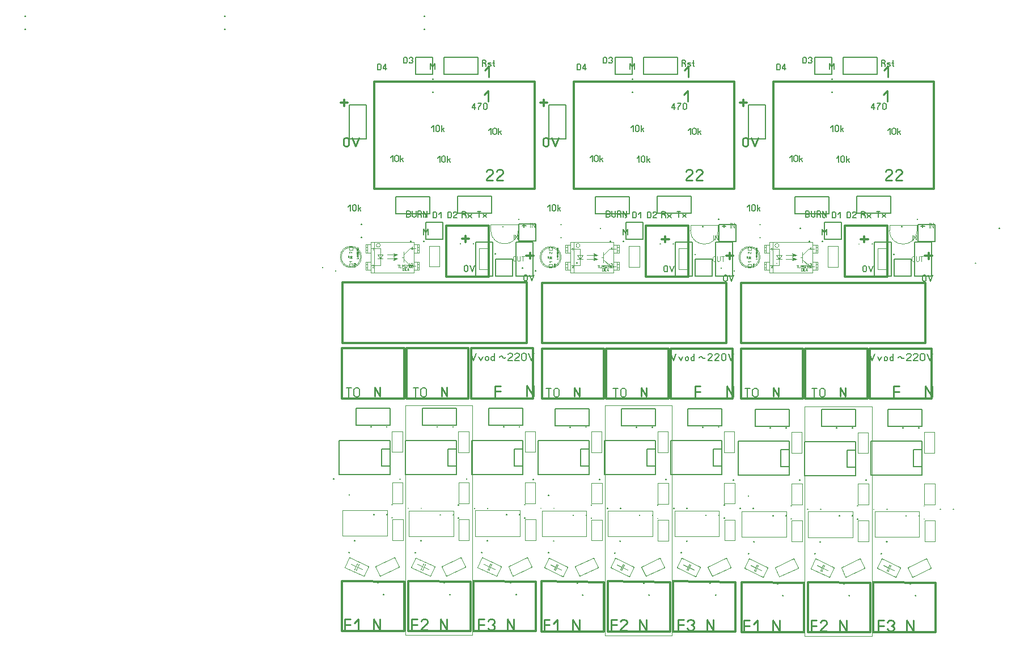
<source format=gbr>
%FSLAX34Y34*%
%MOMM*%
%LNSILK_TOP*%
G71*
G01*
%ADD10C, 0.300*%
%ADD11C, 0.144*%
%ADD12C, 0.286*%
%ADD13C, 0.150*%
%ADD14C, 0.238*%
%ADD15C, 0.318*%
%ADD16C, 0.159*%
%ADD17C, 0.000*%
%ADD18C, 0.040*%
%ADD19C, 0.020*%
%ADD20C, 0.030*%
%ADD21C, 0.191*%
%ADD22C, 0.167*%
%ADD23C, 0.100*%
%ADD24C, 0.090*%
%LPD*%
G54D10*
X295700Y797600D02*
X55700Y797600D01*
X55700Y957600D01*
X295700Y957600D01*
X295700Y797600D01*
G54D11*
X-465207Y1055300D02*
X-465900Y1055300D01*
X-465900Y1055878D01*
X-465207Y1055878D01*
X-465207Y1055300D01*
X-465900Y1055300D01*
G54D12*
X220104Y938452D02*
X226104Y944452D01*
X226104Y928452D01*
G54D12*
X232704Y810452D02*
X223104Y810452D01*
X223104Y811452D01*
X224304Y813452D01*
X231504Y819452D01*
X232704Y821452D01*
X232704Y823452D01*
X231504Y825452D01*
X229104Y826452D01*
X226704Y826452D01*
X224304Y825452D01*
X223104Y823452D01*
G54D12*
X247904Y810452D02*
X238304Y810452D01*
X238304Y811452D01*
X239504Y813452D01*
X246704Y819452D01*
X247904Y821452D01*
X247904Y823452D01*
X246704Y825452D01*
X244304Y826452D01*
X241904Y826452D01*
X239504Y825452D01*
X238304Y823452D01*
G54D12*
X221104Y974452D02*
X227104Y980452D01*
X227104Y964452D01*
G54D11*
X-465207Y1035800D02*
X-465900Y1035800D01*
X-465900Y1036378D01*
X-465207Y1036378D01*
X-465207Y1035800D01*
X-465900Y1035800D01*
G54D13*
X142716Y994395D02*
X142716Y968995D01*
X117316Y968995D01*
X117316Y994395D01*
X142716Y994395D01*
G54D11*
X143467Y941667D02*
X142774Y941667D01*
X142774Y942244D01*
X143467Y942244D01*
X143467Y941667D01*
X142774Y941667D01*
G54D11*
X143467Y961167D02*
X142774Y961167D01*
X142774Y961744D01*
X143467Y961744D01*
X143467Y961167D01*
X142774Y961167D01*
G54D13*
X44022Y871909D02*
X18622Y871909D01*
X18622Y922709D01*
X44022Y922709D01*
X44022Y871909D01*
G54D14*
X18057Y871855D02*
X18057Y863522D01*
X17057Y861855D01*
X15057Y861022D01*
X13057Y861022D01*
X11057Y861855D01*
X10057Y863522D01*
X10057Y871855D01*
X11057Y873522D01*
X13057Y874355D01*
X15057Y874355D01*
X17057Y873522D01*
X18057Y871855D01*
G54D14*
X22724Y874355D02*
X27724Y861022D01*
X32724Y874355D01*
G54D15*
X5620Y926056D02*
X16287Y926056D01*
G54D15*
X10954Y930501D02*
X10954Y921612D01*
G54D16*
X139523Y976370D02*
X139523Y985259D01*
X142857Y979704D01*
X146190Y985259D01*
X146190Y976370D01*
G54D13*
X159600Y969200D02*
X159600Y994600D01*
X210400Y994600D01*
X210400Y969200D01*
X159600Y969200D01*
G54D13*
X87800Y760900D02*
X87800Y786300D01*
X138600Y786300D01*
X138600Y760900D01*
X87800Y760900D01*
G54D16*
X104224Y755444D02*
X104224Y764333D01*
X107557Y764333D01*
X108890Y763778D01*
X109557Y762667D01*
X109557Y761556D01*
X108890Y760444D01*
X107557Y759889D01*
X108890Y759333D01*
X109557Y758222D01*
X109557Y757111D01*
X108890Y756000D01*
X107557Y755444D01*
X104224Y755444D01*
G54D16*
X104224Y759889D02*
X107557Y759889D01*
G54D16*
X112668Y764333D02*
X112668Y757111D01*
X113334Y756000D01*
X114668Y755444D01*
X116001Y755444D01*
X117334Y756000D01*
X118001Y757111D01*
X118001Y764333D01*
G54D16*
X123778Y759889D02*
X125778Y758778D01*
X126445Y757667D01*
X126445Y755444D01*
G54D16*
X121112Y755444D02*
X121112Y764333D01*
X124445Y764333D01*
X125778Y763778D01*
X126445Y762667D01*
X126445Y761556D01*
X125778Y760444D01*
X124445Y759889D01*
X121112Y759889D01*
G54D16*
X129556Y755444D02*
X129556Y764333D01*
X134889Y755444D01*
X134889Y764333D01*
G54D16*
X212490Y755044D02*
X212490Y763934D01*
G54D16*
X209824Y763934D02*
X215157Y763934D01*
G54D16*
X218268Y760044D02*
X223601Y755044D01*
G54D16*
X218268Y755044D02*
X223601Y760044D01*
G54D16*
X189990Y759389D02*
X191990Y758278D01*
X192657Y757167D01*
X192657Y754944D01*
G54D16*
X187324Y754944D02*
X187324Y763834D01*
X190657Y763834D01*
X191990Y763278D01*
X192657Y762167D01*
X192657Y761056D01*
X191990Y759944D01*
X190657Y759389D01*
X187324Y759389D01*
G54D16*
X195768Y759944D02*
X201101Y754944D01*
G54D16*
X195768Y754944D02*
X201101Y759944D01*
G54D16*
X16924Y770700D02*
X20257Y774033D01*
X20257Y765144D01*
G54D16*
X28701Y772367D02*
X28701Y766811D01*
X28034Y765700D01*
X26701Y765144D01*
X25368Y765144D01*
X24034Y765700D01*
X23368Y766811D01*
X23368Y772367D01*
X24034Y773478D01*
X25368Y774033D01*
X26701Y774033D01*
X28034Y773478D01*
X28701Y772367D01*
G54D16*
X31812Y765144D02*
X31812Y774033D01*
G54D16*
X33812Y768478D02*
X35812Y765144D01*
G54D16*
X31812Y767367D02*
X35812Y770144D01*
G54D16*
X150224Y843200D02*
X153557Y846533D01*
X153557Y837645D01*
G54D16*
X162001Y844867D02*
X162001Y839311D01*
X161334Y838200D01*
X160001Y837645D01*
X158668Y837645D01*
X157334Y838200D01*
X156668Y839311D01*
X156668Y844867D01*
X157334Y845978D01*
X158668Y846533D01*
X160001Y846533D01*
X161334Y845978D01*
X162001Y844867D01*
G54D16*
X165112Y837645D02*
X165112Y846533D01*
G54D16*
X167112Y840978D02*
X169112Y837645D01*
G54D16*
X165112Y839867D02*
X169112Y842645D01*
G54D16*
X80124Y844100D02*
X83457Y847433D01*
X83457Y838545D01*
G54D16*
X91901Y845767D02*
X91901Y840211D01*
X91234Y839100D01*
X89901Y838545D01*
X88568Y838545D01*
X87234Y839100D01*
X86568Y840211D01*
X86568Y845767D01*
X87234Y846878D01*
X88568Y847433D01*
X89901Y847433D01*
X91234Y846878D01*
X91901Y845767D01*
G54D16*
X95012Y838545D02*
X95012Y847433D01*
G54D16*
X97012Y841878D02*
X99012Y838545D01*
G54D16*
X95012Y840767D02*
X99012Y843545D01*
G54D16*
X226624Y884700D02*
X229957Y888033D01*
X229957Y879145D01*
G54D16*
X238401Y886367D02*
X238401Y880811D01*
X237734Y879700D01*
X236401Y879145D01*
X235068Y879145D01*
X233734Y879700D01*
X233068Y880811D01*
X233068Y886367D01*
X233734Y887478D01*
X235068Y888033D01*
X236401Y888033D01*
X237734Y887478D01*
X238401Y886367D01*
G54D16*
X241512Y879145D02*
X241512Y888033D01*
G54D16*
X243512Y882478D02*
X245512Y879145D01*
G54D16*
X241512Y881367D02*
X245512Y884145D01*
G54D16*
X141324Y889000D02*
X144657Y892333D01*
X144657Y883445D01*
G54D16*
X153101Y890667D02*
X153101Y885111D01*
X152434Y884000D01*
X151101Y883445D01*
X149768Y883445D01*
X148434Y884000D01*
X147768Y885111D01*
X147768Y890667D01*
X148434Y891778D01*
X149768Y892333D01*
X151101Y892333D01*
X152434Y891778D01*
X153101Y890667D01*
G54D16*
X156212Y883445D02*
X156212Y892333D01*
G54D16*
X158212Y886778D02*
X160212Y883445D01*
G54D16*
X156212Y885667D02*
X160212Y888445D01*
G54D16*
X205924Y916445D02*
X205924Y925333D01*
X201924Y919778D01*
X201924Y918667D01*
X207257Y918667D01*
G54D16*
X210368Y925333D02*
X215701Y925333D01*
X215034Y924222D01*
X213701Y922556D01*
X212368Y920333D01*
X211701Y918667D01*
X211701Y916445D01*
G54D16*
X224145Y923667D02*
X224145Y918111D01*
X223478Y917000D01*
X222145Y916445D01*
X220812Y916445D01*
X219478Y917000D01*
X218812Y918111D01*
X218812Y923667D01*
X219478Y924778D01*
X220812Y925333D01*
X222145Y925333D01*
X223478Y924778D01*
X224145Y923667D01*
G54D16*
X220090Y985389D02*
X222090Y984278D01*
X222757Y983167D01*
X222757Y980945D01*
G54D16*
X217424Y980945D02*
X217424Y989833D01*
X220757Y989833D01*
X222090Y989278D01*
X222757Y988167D01*
X222757Y987056D01*
X222090Y985945D01*
X220757Y985389D01*
X217424Y985389D01*
G54D16*
X225868Y981500D02*
X227201Y980945D01*
X228534Y980945D01*
X229868Y981500D01*
X229868Y982611D01*
X229201Y983167D01*
X226534Y983722D01*
X225868Y984278D01*
X225868Y985389D01*
X227201Y985945D01*
X228534Y985945D01*
X229868Y985389D01*
G54D16*
X234312Y989833D02*
X234312Y981500D01*
X234979Y980945D01*
X235646Y981167D01*
G54D16*
X232979Y985945D02*
X235646Y985945D01*
G54D16*
X65857Y982592D02*
X65857Y977037D01*
X65190Y975926D01*
X63857Y975370D01*
X62523Y975370D01*
X61190Y975926D01*
X60523Y977037D01*
X60523Y982592D01*
X61190Y983704D01*
X62523Y984259D01*
X63857Y984259D01*
X65190Y983704D01*
X65857Y982592D01*
G54D16*
X72967Y975370D02*
X72967Y984259D01*
X68967Y978704D01*
X68967Y977592D01*
X74301Y977592D01*
G54D16*
X104857Y992592D02*
X104857Y987037D01*
X104190Y985926D01*
X102857Y985370D01*
X101523Y985370D01*
X100190Y985926D01*
X99523Y987037D01*
X99523Y992592D01*
X100190Y993704D01*
X101523Y994259D01*
X102857Y994259D01*
X104190Y993704D01*
X104857Y992592D01*
G54D16*
X107967Y992592D02*
X108634Y993704D01*
X109967Y994259D01*
X111301Y994259D01*
X112634Y993704D01*
X113301Y992592D01*
X113301Y991481D01*
X112634Y990370D01*
X111301Y989815D01*
X112634Y989259D01*
X113301Y988148D01*
X113301Y987037D01*
X112634Y985926D01*
X111301Y985370D01*
X109967Y985370D01*
X108634Y985926D01*
X107967Y987037D01*
G54D16*
X148857Y761592D02*
X148857Y756037D01*
X148190Y754926D01*
X146857Y754370D01*
X145523Y754370D01*
X144190Y754926D01*
X143523Y756037D01*
X143523Y761592D01*
X144190Y762704D01*
X145523Y763259D01*
X146857Y763259D01*
X148190Y762704D01*
X148857Y761592D01*
G54D16*
X151967Y759926D02*
X155301Y763259D01*
X155301Y754370D01*
G54D16*
X170857Y761592D02*
X170857Y756037D01*
X170190Y754926D01*
X168857Y754370D01*
X167523Y754370D01*
X166190Y754926D01*
X165523Y756037D01*
X165523Y761592D01*
X166190Y762704D01*
X167523Y763259D01*
X168857Y763259D01*
X170190Y762704D01*
X170857Y761592D01*
G54D16*
X179301Y754370D02*
X173967Y754370D01*
X173967Y754926D01*
X174634Y756037D01*
X178634Y759370D01*
X179301Y760481D01*
X179301Y761592D01*
X178634Y762704D01*
X177301Y763259D01*
X175967Y763259D01*
X174634Y762704D01*
X173967Y761592D01*
G54D13*
X180600Y761200D02*
X180600Y786600D01*
X231400Y786600D01*
X231400Y761200D01*
X180600Y761200D01*
G54D10*
X593700Y797600D02*
X353700Y797600D01*
X353700Y957600D01*
X593700Y957600D01*
X593700Y797600D01*
G54D11*
X-167207Y1055300D02*
X-167900Y1055300D01*
X-167900Y1055878D01*
X-167207Y1055878D01*
X-167207Y1055300D01*
X-167900Y1055300D01*
G54D12*
X518104Y938452D02*
X524104Y944452D01*
X524104Y928452D01*
G54D12*
X530704Y810452D02*
X521104Y810452D01*
X521104Y811452D01*
X522304Y813452D01*
X529504Y819452D01*
X530704Y821452D01*
X530704Y823452D01*
X529504Y825452D01*
X527104Y826452D01*
X524704Y826452D01*
X522304Y825452D01*
X521104Y823452D01*
G54D12*
X545904Y810452D02*
X536304Y810452D01*
X536304Y811452D01*
X537504Y813452D01*
X544704Y819452D01*
X545904Y821452D01*
X545904Y823452D01*
X544704Y825452D01*
X542304Y826452D01*
X539904Y826452D01*
X537504Y825452D01*
X536304Y823452D01*
G54D12*
X519104Y974452D02*
X525104Y980452D01*
X525104Y964452D01*
G54D11*
X-167207Y1035800D02*
X-167900Y1035800D01*
X-167900Y1036378D01*
X-167207Y1036378D01*
X-167207Y1035800D01*
X-167900Y1035800D01*
G54D13*
X440716Y994395D02*
X440716Y968995D01*
X415316Y968995D01*
X415316Y994395D01*
X440716Y994395D01*
G54D11*
X441467Y941667D02*
X440774Y941667D01*
X440774Y942244D01*
X441467Y942244D01*
X441467Y941667D01*
X440774Y941667D01*
G54D11*
X441467Y961167D02*
X440774Y961167D01*
X440774Y961744D01*
X441467Y961744D01*
X441467Y961167D01*
X440774Y961167D01*
G54D13*
X342022Y871909D02*
X316622Y871909D01*
X316622Y922709D01*
X342022Y922709D01*
X342022Y871909D01*
G54D14*
X316057Y871855D02*
X316057Y863522D01*
X315057Y861855D01*
X313057Y861022D01*
X311057Y861022D01*
X309057Y861855D01*
X308057Y863522D01*
X308057Y871855D01*
X309057Y873522D01*
X311057Y874355D01*
X313057Y874355D01*
X315057Y873522D01*
X316057Y871855D01*
G54D14*
X320724Y874355D02*
X325724Y861022D01*
X330724Y874355D01*
G54D15*
X303620Y926056D02*
X314287Y926056D01*
G54D15*
X308954Y930501D02*
X308954Y921612D01*
G54D16*
X437523Y976370D02*
X437523Y985259D01*
X440857Y979704D01*
X444190Y985259D01*
X444190Y976370D01*
G54D13*
X457600Y969200D02*
X457600Y994600D01*
X508400Y994600D01*
X508400Y969200D01*
X457600Y969200D01*
G54D13*
X385800Y760900D02*
X385800Y786300D01*
X436600Y786300D01*
X436600Y760900D01*
X385800Y760900D01*
G54D16*
X402224Y755444D02*
X402224Y764333D01*
X405557Y764333D01*
X406890Y763778D01*
X407557Y762667D01*
X407557Y761556D01*
X406890Y760444D01*
X405557Y759889D01*
X406890Y759333D01*
X407557Y758222D01*
X407557Y757111D01*
X406890Y756000D01*
X405557Y755444D01*
X402224Y755444D01*
G54D16*
X402224Y759889D02*
X405557Y759889D01*
G54D16*
X410668Y764333D02*
X410668Y757111D01*
X411334Y756000D01*
X412668Y755444D01*
X414001Y755444D01*
X415334Y756000D01*
X416001Y757111D01*
X416001Y764333D01*
G54D16*
X421778Y759889D02*
X423778Y758778D01*
X424445Y757667D01*
X424445Y755444D01*
G54D16*
X419112Y755444D02*
X419112Y764333D01*
X422445Y764333D01*
X423778Y763778D01*
X424445Y762667D01*
X424445Y761556D01*
X423778Y760444D01*
X422445Y759889D01*
X419112Y759889D01*
G54D16*
X427556Y755444D02*
X427556Y764333D01*
X432889Y755444D01*
X432889Y764333D01*
G54D16*
X510490Y755044D02*
X510490Y763934D01*
G54D16*
X507824Y763934D02*
X513157Y763934D01*
G54D16*
X516268Y760044D02*
X521601Y755044D01*
G54D16*
X516268Y755044D02*
X521601Y760044D01*
G54D16*
X487990Y759389D02*
X489990Y758278D01*
X490657Y757167D01*
X490657Y754944D01*
G54D16*
X485324Y754944D02*
X485324Y763834D01*
X488657Y763834D01*
X489990Y763278D01*
X490657Y762167D01*
X490657Y761056D01*
X489990Y759944D01*
X488657Y759389D01*
X485324Y759389D01*
G54D16*
X493768Y759944D02*
X499101Y754944D01*
G54D16*
X493768Y754944D02*
X499101Y759944D01*
G54D16*
X314924Y770700D02*
X318257Y774033D01*
X318257Y765144D01*
G54D16*
X326701Y772367D02*
X326701Y766811D01*
X326034Y765700D01*
X324701Y765144D01*
X323368Y765144D01*
X322034Y765700D01*
X321368Y766811D01*
X321368Y772367D01*
X322034Y773478D01*
X323368Y774033D01*
X324701Y774033D01*
X326034Y773478D01*
X326701Y772367D01*
G54D16*
X329812Y765144D02*
X329812Y774033D01*
G54D16*
X331812Y768478D02*
X333812Y765144D01*
G54D16*
X329812Y767367D02*
X333812Y770144D01*
G54D16*
X448224Y843200D02*
X451557Y846533D01*
X451557Y837645D01*
G54D16*
X460001Y844867D02*
X460001Y839311D01*
X459334Y838200D01*
X458001Y837645D01*
X456668Y837645D01*
X455334Y838200D01*
X454668Y839311D01*
X454668Y844867D01*
X455334Y845978D01*
X456668Y846533D01*
X458001Y846533D01*
X459334Y845978D01*
X460001Y844867D01*
G54D16*
X463112Y837645D02*
X463112Y846533D01*
G54D16*
X465112Y840978D02*
X467112Y837645D01*
G54D16*
X463112Y839867D02*
X467112Y842645D01*
G54D16*
X378124Y844100D02*
X381457Y847433D01*
X381457Y838545D01*
G54D16*
X389901Y845767D02*
X389901Y840211D01*
X389234Y839100D01*
X387901Y838545D01*
X386568Y838545D01*
X385234Y839100D01*
X384568Y840211D01*
X384568Y845767D01*
X385234Y846878D01*
X386568Y847433D01*
X387901Y847433D01*
X389234Y846878D01*
X389901Y845767D01*
G54D16*
X393012Y838545D02*
X393012Y847433D01*
G54D16*
X395012Y841878D02*
X397012Y838545D01*
G54D16*
X393012Y840767D02*
X397012Y843545D01*
G54D16*
X524624Y884700D02*
X527957Y888033D01*
X527957Y879145D01*
G54D16*
X536401Y886367D02*
X536401Y880811D01*
X535734Y879700D01*
X534401Y879145D01*
X533068Y879145D01*
X531734Y879700D01*
X531068Y880811D01*
X531068Y886367D01*
X531734Y887478D01*
X533068Y888033D01*
X534401Y888033D01*
X535734Y887478D01*
X536401Y886367D01*
G54D16*
X539512Y879145D02*
X539512Y888033D01*
G54D16*
X541512Y882478D02*
X543512Y879145D01*
G54D16*
X539512Y881367D02*
X543512Y884145D01*
G54D16*
X439324Y889000D02*
X442657Y892333D01*
X442657Y883445D01*
G54D16*
X451101Y890667D02*
X451101Y885111D01*
X450434Y884000D01*
X449101Y883445D01*
X447768Y883445D01*
X446434Y884000D01*
X445768Y885111D01*
X445768Y890667D01*
X446434Y891778D01*
X447768Y892333D01*
X449101Y892333D01*
X450434Y891778D01*
X451101Y890667D01*
G54D16*
X454212Y883445D02*
X454212Y892333D01*
G54D16*
X456212Y886778D02*
X458212Y883445D01*
G54D16*
X454212Y885667D02*
X458212Y888445D01*
G54D16*
X503924Y916445D02*
X503924Y925333D01*
X499924Y919778D01*
X499924Y918667D01*
X505257Y918667D01*
G54D16*
X508368Y925333D02*
X513701Y925333D01*
X513034Y924222D01*
X511701Y922556D01*
X510368Y920333D01*
X509701Y918667D01*
X509701Y916445D01*
G54D16*
X522145Y923667D02*
X522145Y918111D01*
X521478Y917000D01*
X520145Y916445D01*
X518812Y916445D01*
X517478Y917000D01*
X516812Y918111D01*
X516812Y923667D01*
X517478Y924778D01*
X518812Y925333D01*
X520145Y925333D01*
X521478Y924778D01*
X522145Y923667D01*
G54D16*
X518090Y985389D02*
X520090Y984278D01*
X520757Y983167D01*
X520757Y980945D01*
G54D16*
X515424Y980945D02*
X515424Y989833D01*
X518757Y989833D01*
X520090Y989278D01*
X520757Y988167D01*
X520757Y987056D01*
X520090Y985945D01*
X518757Y985389D01*
X515424Y985389D01*
G54D16*
X523868Y981500D02*
X525201Y980945D01*
X526534Y980945D01*
X527868Y981500D01*
X527868Y982611D01*
X527201Y983167D01*
X524534Y983722D01*
X523868Y984278D01*
X523868Y985389D01*
X525201Y985945D01*
X526534Y985945D01*
X527868Y985389D01*
G54D16*
X532312Y989833D02*
X532312Y981500D01*
X532979Y980945D01*
X533646Y981167D01*
G54D16*
X530979Y985945D02*
X533646Y985945D01*
G54D16*
X363857Y982592D02*
X363857Y977037D01*
X363190Y975926D01*
X361857Y975370D01*
X360523Y975370D01*
X359190Y975926D01*
X358523Y977037D01*
X358523Y982592D01*
X359190Y983704D01*
X360523Y984259D01*
X361857Y984259D01*
X363190Y983704D01*
X363857Y982592D01*
G54D16*
X370967Y975370D02*
X370967Y984259D01*
X366967Y978704D01*
X366967Y977592D01*
X372301Y977592D01*
G54D16*
X402857Y992592D02*
X402857Y987037D01*
X402190Y985926D01*
X400857Y985370D01*
X399523Y985370D01*
X398190Y985926D01*
X397523Y987037D01*
X397523Y992592D01*
X398190Y993704D01*
X399523Y994259D01*
X400857Y994259D01*
X402190Y993704D01*
X402857Y992592D01*
G54D16*
X405967Y992592D02*
X406634Y993704D01*
X407967Y994259D01*
X409301Y994259D01*
X410634Y993704D01*
X411301Y992592D01*
X411301Y991481D01*
X410634Y990370D01*
X409301Y989815D01*
X410634Y989259D01*
X411301Y988148D01*
X411301Y987037D01*
X410634Y985926D01*
X409301Y985370D01*
X407967Y985370D01*
X406634Y985926D01*
X405967Y987037D01*
G54D16*
X446857Y761592D02*
X446857Y756037D01*
X446190Y754926D01*
X444857Y754370D01*
X443523Y754370D01*
X442190Y754926D01*
X441523Y756037D01*
X441523Y761592D01*
X442190Y762704D01*
X443523Y763259D01*
X444857Y763259D01*
X446190Y762704D01*
X446857Y761592D01*
G54D16*
X449967Y759926D02*
X453301Y763259D01*
X453301Y754370D01*
G54D16*
X468857Y761592D02*
X468857Y756037D01*
X468190Y754926D01*
X466857Y754370D01*
X465523Y754370D01*
X464190Y754926D01*
X463523Y756037D01*
X463523Y761592D01*
X464190Y762704D01*
X465523Y763259D01*
X466857Y763259D01*
X468190Y762704D01*
X468857Y761592D01*
G54D16*
X477301Y754370D02*
X471967Y754370D01*
X471967Y754926D01*
X472634Y756037D01*
X476634Y759370D01*
X477301Y760481D01*
X477301Y761592D01*
X476634Y762704D01*
X475301Y763259D01*
X473967Y763259D01*
X472634Y762704D01*
X471967Y761592D01*
G54D13*
X478600Y761200D02*
X478600Y786600D01*
X529400Y786600D01*
X529400Y761200D01*
X478600Y761200D01*
G54D10*
X891700Y797600D02*
X651700Y797600D01*
X651700Y957600D01*
X891700Y957600D01*
X891700Y797600D01*
G54D11*
X130793Y1055300D02*
X130100Y1055300D01*
X130100Y1055878D01*
X130793Y1055878D01*
X130793Y1055300D01*
X130100Y1055300D01*
G54D12*
X816104Y938452D02*
X822104Y944452D01*
X822104Y928452D01*
G54D12*
X828704Y810452D02*
X819104Y810452D01*
X819104Y811452D01*
X820304Y813452D01*
X827504Y819452D01*
X828704Y821452D01*
X828704Y823452D01*
X827504Y825452D01*
X825104Y826452D01*
X822704Y826452D01*
X820304Y825452D01*
X819104Y823452D01*
G54D12*
X843904Y810452D02*
X834304Y810452D01*
X834304Y811452D01*
X835504Y813452D01*
X842704Y819452D01*
X843904Y821452D01*
X843904Y823452D01*
X842704Y825452D01*
X840304Y826452D01*
X837904Y826452D01*
X835504Y825452D01*
X834304Y823452D01*
G54D12*
X817104Y974452D02*
X823104Y980452D01*
X823104Y964452D01*
G54D11*
X130793Y1035800D02*
X130100Y1035800D01*
X130100Y1036378D01*
X130793Y1036378D01*
X130793Y1035800D01*
X130100Y1035800D01*
G54D13*
X738716Y994395D02*
X738716Y968995D01*
X713316Y968995D01*
X713316Y994395D01*
X738716Y994395D01*
G54D11*
X739467Y941667D02*
X738774Y941667D01*
X738774Y942244D01*
X739467Y942244D01*
X739467Y941667D01*
X738774Y941667D01*
G54D11*
X739467Y961167D02*
X738774Y961167D01*
X738774Y961744D01*
X739467Y961744D01*
X739467Y961167D01*
X738774Y961167D01*
G54D13*
X640022Y871909D02*
X614622Y871909D01*
X614622Y922709D01*
X640022Y922709D01*
X640022Y871909D01*
G54D14*
X614057Y871855D02*
X614057Y863522D01*
X613057Y861855D01*
X611057Y861022D01*
X609057Y861022D01*
X607057Y861855D01*
X606057Y863522D01*
X606057Y871855D01*
X607057Y873522D01*
X609057Y874355D01*
X611057Y874355D01*
X613057Y873522D01*
X614057Y871855D01*
G54D14*
X618724Y874355D02*
X623724Y861022D01*
X628724Y874355D01*
G54D15*
X601620Y926056D02*
X612287Y926056D01*
G54D15*
X606954Y930501D02*
X606954Y921612D01*
G54D16*
X735523Y976370D02*
X735523Y985259D01*
X738857Y979704D01*
X742190Y985259D01*
X742190Y976370D01*
G54D13*
X755600Y969200D02*
X755600Y994600D01*
X806400Y994600D01*
X806400Y969200D01*
X755600Y969200D01*
G54D13*
X683800Y760900D02*
X683800Y786300D01*
X734600Y786300D01*
X734600Y760900D01*
X683800Y760900D01*
G54D16*
X700224Y755444D02*
X700224Y764333D01*
X703557Y764333D01*
X704890Y763778D01*
X705557Y762667D01*
X705557Y761556D01*
X704890Y760444D01*
X703557Y759889D01*
X704890Y759333D01*
X705557Y758222D01*
X705557Y757111D01*
X704890Y756000D01*
X703557Y755444D01*
X700224Y755444D01*
G54D16*
X700224Y759889D02*
X703557Y759889D01*
G54D16*
X708668Y764333D02*
X708668Y757111D01*
X709334Y756000D01*
X710668Y755444D01*
X712001Y755444D01*
X713334Y756000D01*
X714001Y757111D01*
X714001Y764333D01*
G54D16*
X719778Y759889D02*
X721778Y758778D01*
X722445Y757667D01*
X722445Y755444D01*
G54D16*
X717112Y755444D02*
X717112Y764333D01*
X720445Y764333D01*
X721778Y763778D01*
X722445Y762667D01*
X722445Y761556D01*
X721778Y760444D01*
X720445Y759889D01*
X717112Y759889D01*
G54D16*
X725556Y755444D02*
X725556Y764333D01*
X730889Y755444D01*
X730889Y764333D01*
G54D16*
X808490Y755044D02*
X808490Y763934D01*
G54D16*
X805824Y763934D02*
X811157Y763934D01*
G54D16*
X814268Y760044D02*
X819601Y755044D01*
G54D16*
X814268Y755044D02*
X819601Y760044D01*
G54D16*
X785990Y759389D02*
X787990Y758278D01*
X788657Y757167D01*
X788657Y754944D01*
G54D16*
X783324Y754944D02*
X783324Y763834D01*
X786657Y763834D01*
X787990Y763278D01*
X788657Y762167D01*
X788657Y761056D01*
X787990Y759944D01*
X786657Y759389D01*
X783324Y759389D01*
G54D16*
X791768Y759944D02*
X797101Y754944D01*
G54D16*
X791768Y754944D02*
X797101Y759944D01*
G54D16*
X612924Y770700D02*
X616257Y774033D01*
X616257Y765144D01*
G54D16*
X624701Y772367D02*
X624701Y766811D01*
X624034Y765700D01*
X622701Y765144D01*
X621368Y765144D01*
X620034Y765700D01*
X619368Y766811D01*
X619368Y772367D01*
X620034Y773478D01*
X621368Y774033D01*
X622701Y774033D01*
X624034Y773478D01*
X624701Y772367D01*
G54D16*
X627812Y765144D02*
X627812Y774033D01*
G54D16*
X629812Y768478D02*
X631812Y765144D01*
G54D16*
X627812Y767367D02*
X631812Y770144D01*
G54D16*
X746224Y843200D02*
X749557Y846533D01*
X749557Y837645D01*
G54D16*
X758001Y844867D02*
X758001Y839311D01*
X757334Y838200D01*
X756001Y837645D01*
X754668Y837645D01*
X753334Y838200D01*
X752668Y839311D01*
X752668Y844867D01*
X753334Y845978D01*
X754668Y846533D01*
X756001Y846533D01*
X757334Y845978D01*
X758001Y844867D01*
G54D16*
X761112Y837645D02*
X761112Y846533D01*
G54D16*
X763112Y840978D02*
X765112Y837645D01*
G54D16*
X761112Y839867D02*
X765112Y842645D01*
G54D16*
X676124Y844100D02*
X679457Y847433D01*
X679457Y838545D01*
G54D16*
X687901Y845767D02*
X687901Y840211D01*
X687234Y839100D01*
X685901Y838545D01*
X684568Y838545D01*
X683234Y839100D01*
X682568Y840211D01*
X682568Y845767D01*
X683234Y846878D01*
X684568Y847433D01*
X685901Y847433D01*
X687234Y846878D01*
X687901Y845767D01*
G54D16*
X691012Y838545D02*
X691012Y847433D01*
G54D16*
X693012Y841878D02*
X695012Y838545D01*
G54D16*
X691012Y840767D02*
X695012Y843545D01*
G54D16*
X822624Y884700D02*
X825957Y888033D01*
X825957Y879145D01*
G54D16*
X834401Y886367D02*
X834401Y880811D01*
X833734Y879700D01*
X832401Y879145D01*
X831068Y879145D01*
X829734Y879700D01*
X829068Y880811D01*
X829068Y886367D01*
X829734Y887478D01*
X831068Y888033D01*
X832401Y888033D01*
X833734Y887478D01*
X834401Y886367D01*
G54D16*
X837512Y879145D02*
X837512Y888033D01*
G54D16*
X839512Y882478D02*
X841512Y879145D01*
G54D16*
X837512Y881367D02*
X841512Y884145D01*
G54D16*
X737324Y889000D02*
X740657Y892333D01*
X740657Y883445D01*
G54D16*
X749101Y890667D02*
X749101Y885111D01*
X748434Y884000D01*
X747101Y883445D01*
X745768Y883445D01*
X744434Y884000D01*
X743768Y885111D01*
X743768Y890667D01*
X744434Y891778D01*
X745768Y892333D01*
X747101Y892333D01*
X748434Y891778D01*
X749101Y890667D01*
G54D16*
X752212Y883445D02*
X752212Y892333D01*
G54D16*
X754212Y886778D02*
X756212Y883445D01*
G54D16*
X752212Y885667D02*
X756212Y888445D01*
G54D16*
X801924Y916445D02*
X801924Y925333D01*
X797924Y919778D01*
X797924Y918667D01*
X803257Y918667D01*
G54D16*
X806368Y925333D02*
X811701Y925333D01*
X811034Y924222D01*
X809701Y922556D01*
X808368Y920333D01*
X807701Y918667D01*
X807701Y916445D01*
G54D16*
X820145Y923667D02*
X820145Y918111D01*
X819478Y917000D01*
X818145Y916445D01*
X816812Y916445D01*
X815478Y917000D01*
X814812Y918111D01*
X814812Y923667D01*
X815478Y924778D01*
X816812Y925333D01*
X818145Y925333D01*
X819478Y924778D01*
X820145Y923667D01*
G54D16*
X816090Y985389D02*
X818090Y984278D01*
X818757Y983167D01*
X818757Y980945D01*
G54D16*
X813424Y980945D02*
X813424Y989833D01*
X816757Y989833D01*
X818090Y989278D01*
X818757Y988167D01*
X818757Y987056D01*
X818090Y985945D01*
X816757Y985389D01*
X813424Y985389D01*
G54D16*
X821868Y981500D02*
X823201Y980945D01*
X824534Y980945D01*
X825868Y981500D01*
X825868Y982611D01*
X825201Y983167D01*
X822534Y983722D01*
X821868Y984278D01*
X821868Y985389D01*
X823201Y985945D01*
X824534Y985945D01*
X825868Y985389D01*
G54D16*
X830312Y989833D02*
X830312Y981500D01*
X830979Y980945D01*
X831646Y981167D01*
G54D16*
X828979Y985945D02*
X831646Y985945D01*
G54D16*
X661857Y982592D02*
X661857Y977037D01*
X661190Y975926D01*
X659857Y975370D01*
X658523Y975370D01*
X657190Y975926D01*
X656523Y977037D01*
X656523Y982592D01*
X657190Y983704D01*
X658523Y984259D01*
X659857Y984259D01*
X661190Y983704D01*
X661857Y982592D01*
G54D16*
X668967Y975370D02*
X668967Y984259D01*
X664967Y978704D01*
X664967Y977592D01*
X670301Y977592D01*
G54D16*
X700857Y992592D02*
X700857Y987037D01*
X700190Y985926D01*
X698857Y985370D01*
X697523Y985370D01*
X696190Y985926D01*
X695523Y987037D01*
X695523Y992592D01*
X696190Y993704D01*
X697523Y994259D01*
X698857Y994259D01*
X700190Y993704D01*
X700857Y992592D01*
G54D16*
X703967Y992592D02*
X704634Y993704D01*
X705967Y994259D01*
X707301Y994259D01*
X708634Y993704D01*
X709301Y992592D01*
X709301Y991481D01*
X708634Y990370D01*
X707301Y989815D01*
X708634Y989259D01*
X709301Y988148D01*
X709301Y987037D01*
X708634Y985926D01*
X707301Y985370D01*
X705967Y985370D01*
X704634Y985926D01*
X703967Y987037D01*
G54D16*
X744857Y761592D02*
X744857Y756037D01*
X744190Y754926D01*
X742857Y754370D01*
X741523Y754370D01*
X740190Y754926D01*
X739523Y756037D01*
X739523Y761592D01*
X740190Y762704D01*
X741523Y763259D01*
X742857Y763259D01*
X744190Y762704D01*
X744857Y761592D01*
G54D16*
X747967Y759926D02*
X751301Y763259D01*
X751301Y754370D01*
G54D16*
X766857Y761592D02*
X766857Y756037D01*
X766190Y754926D01*
X764857Y754370D01*
X763523Y754370D01*
X762190Y754926D01*
X761523Y756037D01*
X761523Y761592D01*
X762190Y762704D01*
X763523Y763259D01*
X764857Y763259D01*
X766190Y762704D01*
X766857Y761592D01*
G54D16*
X775301Y754370D02*
X769967Y754370D01*
X769967Y754926D01*
X770634Y756037D01*
X774634Y759370D01*
X775301Y760481D01*
X775301Y761592D01*
X774634Y762704D01*
X773301Y763259D01*
X771967Y763259D01*
X770634Y762704D01*
X769967Y761592D01*
G54D13*
X776600Y761200D02*
X776600Y786600D01*
X827400Y786600D01*
X827400Y761200D01*
X776600Y761200D01*
G54D10*
X283320Y567700D02*
X8320Y567700D01*
X8320Y657700D01*
X283320Y657700D01*
X283320Y567700D01*
G54D17*
X114832Y718461D02*
X114832Y672461D01*
X50832Y672461D01*
X50832Y718461D01*
X114832Y718461D01*
G54D18*
X91898Y680461D02*
X91898Y684017D01*
G54D18*
X90832Y684017D02*
X92965Y684017D01*
G54D18*
X93932Y684017D02*
X93932Y680461D01*
X95798Y680461D01*
G54D18*
X96832Y680461D02*
X96832Y684017D01*
X98165Y684017D01*
X98698Y683794D01*
X98965Y683350D01*
X98965Y682906D01*
X98698Y682461D01*
X98165Y682239D01*
X96832Y682239D01*
G54D18*
X102065Y684017D02*
X99932Y684017D01*
X99932Y682461D01*
X100198Y682461D01*
X100732Y682683D01*
X101265Y682683D01*
X101798Y682461D01*
X102065Y682017D01*
X102065Y681128D01*
X101798Y680683D01*
X101265Y680461D01*
X100732Y680461D01*
X100198Y680683D01*
X99932Y681128D01*
G54D18*
X105165Y680461D02*
X103032Y680461D01*
X103032Y680683D01*
X103298Y681128D01*
X104898Y682461D01*
X105165Y682906D01*
X105165Y683350D01*
X104898Y683794D01*
X104365Y684017D01*
X103832Y684017D01*
X103298Y683794D01*
X103032Y683350D01*
G54D18*
X106132Y682683D02*
X107465Y684017D01*
X107465Y680461D01*
G54D18*
X109498Y682239D02*
X110565Y682239D01*
X110565Y681128D01*
X110298Y680683D01*
X109765Y680461D01*
X109232Y680461D01*
X108698Y680683D01*
X108432Y681128D01*
X108432Y683350D01*
X108698Y683794D01*
X109232Y684017D01*
X109765Y684017D01*
X110298Y683794D01*
X110565Y683350D01*
G54D18*
X111532Y680461D02*
X111532Y684017D01*
X112865Y684017D01*
X113398Y683794D01*
X113665Y683350D01*
X113665Y682906D01*
X113398Y682461D01*
X112865Y682239D01*
X113398Y682017D01*
X113665Y681572D01*
X113665Y681128D01*
X113398Y680683D01*
X112865Y680461D01*
X111532Y680461D01*
G54D18*
X111532Y682239D02*
X112865Y682239D01*
G54D18*
X98032Y675661D02*
X98032Y679217D01*
X99365Y679217D01*
X99898Y678994D01*
X100165Y678550D01*
X100165Y676328D01*
X99898Y675883D01*
X99365Y675661D01*
X98032Y675661D01*
G54D18*
X101132Y675661D02*
X101132Y679217D01*
G54D18*
X102132Y679217D02*
X102132Y675661D01*
X103998Y675661D01*
G54D18*
X106632Y675661D02*
X106632Y679217D01*
X105032Y676994D01*
X105032Y676550D01*
X107165Y676550D01*
G54D17*
X55832Y718461D02*
X55832Y672461D01*
G54D18*
X52832Y708683D02*
X54165Y710017D01*
X54165Y706461D01*
G54D18*
X54965Y680461D02*
X52832Y680461D01*
X52832Y680683D01*
X53098Y681128D01*
X54698Y682461D01*
X54965Y682906D01*
X54965Y683350D01*
X54698Y683794D01*
X54165Y684017D01*
X53632Y684017D01*
X53098Y683794D01*
X52832Y683350D01*
G54D18*
X110832Y686350D02*
X111098Y686794D01*
X111632Y687017D01*
X112165Y687017D01*
X112698Y686794D01*
X112965Y686350D01*
X112965Y685906D01*
X112698Y685461D01*
X112165Y685239D01*
X112698Y685017D01*
X112965Y684572D01*
X112965Y684128D01*
X112698Y683683D01*
X112165Y683461D01*
X111632Y683461D01*
X111098Y683683D01*
X110832Y684128D01*
G54D18*
X112432Y707461D02*
X112432Y711017D01*
X110832Y708794D01*
X110832Y708350D01*
X112965Y708350D01*
G54D17*
X50832Y708461D02*
X64832Y708461D01*
X64832Y683461D01*
X51832Y683461D01*
G54D17*
X60832Y699461D02*
X67832Y699461D01*
X68832Y699461D01*
X64832Y693461D01*
X64832Y693461D01*
X60832Y699461D01*
G54D17*
X60832Y693461D02*
X68832Y693461D01*
G54D17*
G75*
G01X64832Y713461D02*
G03X64832Y713461I-3000J0D01*
G01*
G54D17*
X74832Y699461D02*
X90832Y699461D01*
G54D17*
X74832Y693461D02*
X90832Y693461D01*
G36*
X84863Y701417D02*
X90863Y699417D01*
X84863Y697417D01*
X85863Y699417D01*
X84863Y701417D01*
G37*
G54D17*
X84863Y701417D02*
X90863Y699417D01*
X84863Y697417D01*
X85863Y699417D01*
X84863Y701417D01*
G36*
X84863Y695417D02*
X90863Y693417D01*
X84863Y691417D01*
X85863Y693417D01*
X84863Y695417D01*
G37*
G54D17*
X84863Y695417D02*
X90863Y693417D01*
X84863Y691417D01*
X85863Y693417D01*
X84863Y695417D01*
G54D17*
X117832Y708461D02*
X108832Y708461D01*
X99832Y699461D01*
G54D17*
X117832Y682461D02*
X109832Y682461D01*
X108832Y683461D01*
X99832Y692461D01*
G54D17*
X99832Y703461D02*
X99832Y688461D01*
G54D17*
X107832Y686461D02*
X109832Y682461D01*
X105832Y684461D01*
G54D17*
X99832Y695461D02*
X96832Y695461D01*
G54D17*
X114832Y714461D02*
X122832Y714461D01*
X122832Y702461D01*
X114832Y702461D01*
G54D17*
X114832Y688961D02*
X122832Y688961D01*
X122832Y676961D01*
X114832Y676961D01*
G54D17*
X50832Y702461D02*
X42832Y702461D01*
X42832Y714461D01*
X50832Y714461D01*
G54D17*
X50832Y676961D02*
X42832Y676961D01*
X42832Y688961D01*
X50832Y688961D01*
G54D17*
X45832Y714461D02*
X45832Y702461D01*
G54D17*
X45832Y688961D02*
X45832Y676961D01*
G54D17*
X119832Y688961D02*
X119832Y676961D01*
G54D17*
X119832Y714461D02*
X119832Y702461D01*
G54D17*
X119832Y710961D02*
X122832Y710961D01*
G54D17*
X119832Y705961D02*
X122832Y705961D01*
G54D17*
X119832Y685461D02*
X122832Y685461D01*
G54D17*
X119832Y680461D02*
X122832Y680461D01*
G54D17*
X42832Y685461D02*
X45832Y685461D01*
G54D17*
X42832Y680461D02*
X45832Y680461D01*
G54D17*
X42832Y710961D02*
X45832Y710961D01*
G54D17*
X42832Y705961D02*
X45832Y705961D01*
G54D11*
X37025Y744511D02*
X36332Y744511D01*
X36332Y745089D01*
X37025Y745089D01*
X37025Y744511D01*
X36332Y744511D01*
G54D11*
X37025Y725011D02*
X36332Y725011D01*
X36332Y725589D01*
X37025Y725589D01*
X37025Y725011D01*
X36332Y725011D01*
G54D18*
X20885Y697584D02*
X20885Y693615D01*
G54D18*
X22472Y696790D02*
X19297Y696790D01*
G54D18*
X20885Y696790D02*
X19297Y694409D01*
X22472Y694409D01*
X22472Y694409D01*
X20885Y696790D01*
G54D19*
X18503Y694409D02*
X16916Y695996D01*
G54D19*
X18503Y695996D02*
X16916Y697584D01*
G54D19*
X16916Y695203D02*
X16916Y695996D01*
X17710Y695996D01*
G54D19*
X16916Y696790D02*
X16916Y697584D01*
X17710Y697584D01*
G54D17*
X18503Y680915D02*
X18503Y685678D01*
X23266Y685678D01*
X23266Y680915D01*
X18503Y680915D01*
G54D17*
X18503Y706315D02*
X18503Y711078D01*
X23266Y711078D01*
X23266Y706315D01*
X18503Y706315D01*
G54D19*
X29882Y693465D02*
X31660Y693465D01*
X31660Y694398D01*
G54D19*
X30882Y694865D02*
X30882Y695932D01*
G54D19*
X31326Y696465D02*
X31548Y696598D01*
X31660Y696865D01*
X31660Y697132D01*
X31548Y697398D01*
X31326Y697532D01*
X30771Y697532D01*
X30660Y697532D01*
X30882Y697132D01*
X30882Y696865D01*
X30771Y696598D01*
X30548Y696465D01*
X30215Y696465D01*
X29993Y696598D01*
X29882Y696865D01*
X29882Y697132D01*
X29993Y697398D01*
X30215Y697532D01*
X30771Y697532D01*
G54D19*
X30215Y698065D02*
X29993Y698198D01*
X29882Y698465D01*
X29882Y698732D01*
X29993Y698998D01*
X30215Y699132D01*
X30437Y699132D01*
X30660Y698998D01*
X30771Y698732D01*
X30882Y698998D01*
X31104Y699132D01*
X31326Y699132D01*
X31548Y698998D01*
X31660Y698732D01*
X31660Y698465D01*
X31548Y698198D01*
X31326Y698065D01*
G54D19*
X31660Y700465D02*
X29882Y700465D01*
X30993Y699665D01*
X31215Y699665D01*
X31215Y700732D01*
G54D19*
X31326Y702332D02*
X31548Y702198D01*
X31660Y701932D01*
X31660Y701665D01*
X31548Y701398D01*
X31326Y701265D01*
X30215Y701265D01*
X29993Y701398D01*
X29882Y701665D01*
X29882Y701932D01*
X29993Y702198D01*
X30215Y702332D01*
G54D19*
X31660Y702865D02*
X29882Y702865D01*
X29882Y703532D01*
X29993Y703798D01*
X30215Y703932D01*
X30437Y703932D01*
X30660Y703798D01*
X30771Y703532D01*
X30882Y703798D01*
X31104Y703932D01*
X31326Y703932D01*
X31548Y703798D01*
X31660Y703532D01*
X31660Y702865D01*
G54D19*
X30771Y702865D02*
X30771Y703532D01*
G54D19*
X31660Y704465D02*
X29882Y705532D01*
G54D19*
X31326Y706065D02*
X31548Y706198D01*
X31660Y706465D01*
X31660Y706732D01*
X31548Y706998D01*
X31326Y707132D01*
X31104Y707132D01*
X30882Y706998D01*
X30771Y706732D01*
X30771Y706465D01*
X30660Y706198D01*
X30437Y706065D01*
X30215Y706065D01*
X29993Y706198D01*
X29882Y706465D01*
X29882Y706732D01*
X29993Y706998D01*
X30215Y707132D01*
G54D19*
X30771Y708198D02*
X30993Y708598D01*
X31215Y708732D01*
X31660Y708732D01*
G54D19*
X31660Y707665D02*
X29882Y707665D01*
X29882Y708332D01*
X29993Y708598D01*
X30215Y708732D01*
X30437Y708732D01*
X30660Y708598D01*
X30771Y708332D01*
X30771Y707665D01*
G54D19*
X31660Y709265D02*
X29882Y709265D01*
X29882Y709932D01*
X29993Y710198D01*
X30215Y710332D01*
X31326Y710332D01*
X31548Y710198D01*
X31660Y709932D01*
X31660Y709265D01*
G54D18*
X20019Y688290D02*
X18685Y689623D01*
X22241Y689623D01*
G54D18*
X22241Y703917D02*
X22241Y701784D01*
X22019Y701784D01*
X21574Y702051D01*
X20241Y703651D01*
X19796Y703917D01*
X19352Y703917D01*
X18908Y703651D01*
X18685Y703117D01*
X18685Y702584D01*
X18908Y702051D01*
X19352Y701784D01*
G54D20*
X27197Y681046D02*
X24530Y681046D01*
G54D20*
X26797Y682946D02*
X26130Y682946D01*
X25797Y682746D01*
X25697Y682346D01*
X25797Y681946D01*
X26130Y681746D01*
X26797Y681746D01*
X27130Y681946D01*
X27197Y682346D01*
X27130Y682746D01*
X26797Y682946D01*
G54D20*
X27197Y683646D02*
X25697Y683646D01*
G54D20*
X26030Y683646D02*
X25797Y683846D01*
X25697Y684246D01*
X25797Y684646D01*
X26030Y684846D01*
X27197Y684846D01*
G54D20*
X27697Y685546D02*
X27864Y685946D01*
X27864Y686226D01*
X27697Y686626D01*
X27364Y686746D01*
X25697Y686746D01*
G54D20*
X26130Y686746D02*
X25797Y686546D01*
X25697Y686146D01*
X25797Y685746D01*
X26130Y685546D01*
X26797Y685546D01*
X27130Y685746D01*
X27197Y686146D01*
X27130Y686546D01*
X26797Y686746D01*
G54D17*
G75*
G01X35185Y695996D02*
G03X35185Y695996I-14300J0D01*
G01*
G54D17*
G75*
G01X36785Y695996D02*
G03X36785Y695996I-15900J0D01*
G01*
G54D11*
X-20989Y680590D02*
X-20989Y679896D01*
X-21567Y679896D01*
X-21567Y680590D01*
X-20989Y680590D01*
X-20989Y679896D01*
G54D11*
X-1489Y675989D02*
X-1489Y675296D01*
X-2067Y675296D01*
X-2067Y675989D01*
X-1489Y675989D01*
X-1489Y675296D01*
G54D12*
X236284Y487352D02*
X236284Y503352D01*
X244684Y503352D01*
G54D12*
X236284Y495352D02*
X244684Y495352D01*
G54D12*
X283784Y487552D02*
X283784Y503552D01*
X293385Y487552D01*
X293385Y503552D01*
G54D21*
X200180Y552166D02*
X204180Y541500D01*
X208180Y552166D01*
G54D21*
X211913Y547500D02*
X215113Y541500D01*
X218313Y547500D01*
G54D21*
X226846Y543100D02*
X226846Y545766D01*
X226046Y547100D01*
X224446Y547500D01*
X222846Y547100D01*
X222046Y545766D01*
X222046Y543100D01*
X222846Y541766D01*
X224446Y541500D01*
X226046Y541766D01*
X226846Y543100D01*
G54D21*
X235379Y541500D02*
X235379Y552166D01*
G54D21*
X235379Y545766D02*
X234579Y547100D01*
X232979Y547500D01*
X231379Y547100D01*
X230579Y545766D01*
X230579Y543100D01*
X231379Y541766D01*
X232979Y541500D01*
X234579Y541766D01*
X235379Y543100D01*
G54D21*
X243005Y546166D02*
X243645Y547100D01*
X244605Y547633D01*
X245885Y547633D01*
X246845Y547100D01*
X247645Y546166D01*
X248285Y545233D01*
X249245Y544700D01*
X250685Y544700D01*
X251485Y545233D01*
X252125Y546166D01*
G54D21*
X262258Y541500D02*
X255858Y541500D01*
X255858Y542166D01*
X256658Y543500D01*
X261458Y547500D01*
X262258Y548833D01*
X262258Y550166D01*
X261458Y551500D01*
X259858Y552166D01*
X258258Y552166D01*
X256658Y551500D01*
X255858Y550166D01*
G54D21*
X272391Y541500D02*
X265991Y541500D01*
X265991Y542166D01*
X266791Y543500D01*
X271591Y547500D01*
X272391Y548833D01*
X272391Y550166D01*
X271591Y551500D01*
X269991Y552166D01*
X268391Y552166D01*
X266791Y551500D01*
X265991Y550166D01*
G54D21*
X282524Y550166D02*
X282524Y543500D01*
X281724Y542166D01*
X280124Y541500D01*
X278524Y541500D01*
X276924Y542166D01*
X276124Y543500D01*
X276124Y550166D01*
X276924Y551500D01*
X278524Y552166D01*
X280124Y552166D01*
X281724Y551500D01*
X282524Y550166D01*
G54D21*
X286257Y552166D02*
X290257Y541500D01*
X294257Y552166D01*
G54D10*
X103847Y559627D02*
X196647Y559627D01*
X196680Y519100D01*
X196647Y484527D01*
X103847Y484627D01*
X103847Y559627D01*
G54D14*
X156184Y487885D02*
X156184Y501218D01*
X164184Y487885D01*
X164184Y501218D01*
G54D22*
X117876Y487122D02*
X117876Y500455D01*
G54D22*
X113876Y500455D02*
X121876Y500455D01*
G54D22*
X133543Y497955D02*
X133543Y489622D01*
X132543Y487955D01*
X130543Y487122D01*
X128543Y487122D01*
X126543Y487955D01*
X125543Y489622D01*
X125543Y497955D01*
X126543Y499622D01*
X128543Y500455D01*
X130543Y500455D01*
X132543Y499622D01*
X133543Y497955D01*
G54D10*
X200147Y559727D02*
X292947Y559727D01*
X292980Y519200D01*
X292947Y484627D01*
X200147Y484727D01*
X200147Y559727D01*
G54D10*
X7867Y559627D02*
X100667Y559627D01*
X100700Y519100D01*
X100667Y484527D01*
X7867Y484627D01*
X7867Y559627D01*
G54D14*
X56204Y487885D02*
X56204Y501218D01*
X64204Y487885D01*
X64204Y501218D01*
G54D22*
X17896Y487122D02*
X17896Y500455D01*
G54D22*
X13896Y500455D02*
X21896Y500455D01*
G54D22*
X33564Y497955D02*
X33564Y489622D01*
X32564Y487955D01*
X30564Y487122D01*
X28564Y487122D01*
X26564Y487955D01*
X25564Y489622D01*
X25564Y497955D01*
X26564Y499622D01*
X28564Y500455D01*
X30564Y500455D01*
X32564Y499622D01*
X33564Y497955D01*
G54D23*
X137847Y712673D02*
X137847Y681473D01*
X153447Y681473D01*
X153447Y712673D01*
X137847Y712673D01*
G54D11*
X109968Y719974D02*
X109968Y719281D01*
X110545Y719281D01*
X110545Y719974D01*
X109968Y719974D01*
X109968Y719281D01*
G54D11*
X129471Y719973D02*
X129471Y719279D01*
X130048Y719279D01*
X130048Y719973D01*
X129471Y719973D01*
X129471Y719279D01*
G54D10*
X163301Y743103D02*
X226801Y743103D01*
X226801Y666903D01*
X163301Y666903D01*
X163301Y743103D01*
G54D16*
X195564Y681569D02*
X195564Y676013D01*
X194898Y674902D01*
X193564Y674347D01*
X192231Y674347D01*
X190898Y674902D01*
X190231Y676013D01*
X190231Y681569D01*
X190898Y682680D01*
X192231Y683236D01*
X193564Y683236D01*
X194898Y682680D01*
X195564Y681569D01*
G54D16*
X198675Y683236D02*
X202008Y674347D01*
X205342Y683236D01*
G54D13*
X292571Y667779D02*
X267171Y667779D01*
X267171Y718579D01*
X292571Y718579D01*
X292571Y667779D01*
G54D13*
X232571Y667779D02*
X207171Y667779D01*
X207171Y718579D01*
X232571Y718579D01*
X232571Y667779D01*
G54D13*
X133006Y722695D02*
X133006Y748095D01*
X158406Y748095D01*
X158406Y722695D01*
X133006Y722695D01*
G54D11*
X248344Y741973D02*
X247651Y741973D01*
X247651Y741395D01*
X248344Y741395D01*
X248344Y741973D01*
X247651Y741973D01*
G54D11*
X132949Y755345D02*
X132256Y755345D01*
X132256Y755923D01*
X132949Y755923D01*
X132949Y755345D01*
X132256Y755345D01*
G54D16*
X129424Y729174D02*
X129424Y738063D01*
X132757Y732508D01*
X136091Y738063D01*
X136091Y729174D01*
G54D23*
X212071Y709079D02*
X212071Y677879D01*
X227671Y677879D01*
X227671Y709079D01*
X212071Y709079D01*
G54D11*
X184190Y716381D02*
X184190Y715688D01*
X184768Y715688D01*
X184768Y716381D01*
X184190Y716381D01*
X184190Y715688D01*
G54D11*
X203695Y716380D02*
X203695Y715686D01*
X204273Y715686D01*
X204273Y716380D01*
X203695Y716380D01*
X203695Y715686D01*
G54D15*
X282874Y697839D02*
X293541Y697839D01*
G54D15*
X288208Y702283D02*
X288208Y693395D01*
G54D16*
X284564Y667569D02*
X284564Y662013D01*
X283898Y660902D01*
X282564Y660347D01*
X281231Y660347D01*
X279898Y660902D01*
X279231Y662013D01*
X279231Y667569D01*
X279898Y668680D01*
X281231Y669236D01*
X282564Y669236D01*
X283898Y668680D01*
X284564Y667569D01*
G54D16*
X287675Y669236D02*
X291008Y660347D01*
X294342Y669236D01*
G54D23*
X270900Y736250D02*
X270900Y744250D01*
X229700Y744250D01*
X229700Y736250D01*
G54D23*
G75*
G01X229600Y736350D02*
G03X271000Y736350I20700J0D01*
G01*
G54D24*
X263940Y722050D02*
X263940Y729150D01*
G54D24*
X265940Y722050D02*
X265940Y729150D01*
X270240Y722050D01*
X270240Y729150D01*
G54D13*
X237006Y667695D02*
X237006Y693095D01*
X262406Y693095D01*
X262406Y667695D01*
X237006Y667695D01*
G54D11*
X358949Y686845D02*
X358256Y686845D01*
X358256Y687423D01*
X358949Y687423D01*
X358949Y686845D01*
X358256Y686845D01*
G54D11*
X236949Y700345D02*
X236256Y700345D01*
X236256Y700923D01*
X236949Y700923D01*
X236949Y700345D01*
X236256Y700345D01*
G54D13*
X272006Y719695D02*
X272006Y745095D01*
X297406Y745095D01*
X297406Y719695D01*
X272006Y719695D01*
G54D11*
X393949Y738845D02*
X393256Y738845D01*
X393256Y739423D01*
X393949Y739423D01*
X393949Y738845D01*
X393256Y738845D01*
G54D11*
X271949Y752345D02*
X271256Y752345D01*
X271256Y752923D01*
X271949Y752923D01*
X271949Y752345D01*
X271256Y752345D01*
G54D15*
X186874Y722839D02*
X197541Y722839D01*
G54D15*
X192208Y727283D02*
X192208Y718395D01*
G54D24*
X288940Y740050D02*
X288940Y747150D01*
G54D24*
X290940Y740050D02*
X290940Y747150D01*
X295240Y740050D01*
X295240Y747150D01*
G54D24*
X267460Y695850D02*
X267460Y691350D01*
X266860Y690450D01*
X265860Y690050D01*
X264760Y690050D01*
X263660Y690450D01*
X263160Y691350D01*
X263160Y695850D01*
X263660Y696750D01*
X264760Y697150D01*
X265860Y697150D01*
X266860Y696750D01*
X267460Y695850D01*
G54D24*
X269460Y697150D02*
X269460Y691350D01*
X269960Y690450D01*
X271060Y690050D01*
X272160Y690050D01*
X273160Y690450D01*
X273760Y691350D01*
X273760Y697150D01*
G54D24*
X277860Y690050D02*
X277860Y697150D01*
G54D24*
X275760Y697150D02*
X280060Y697150D01*
G54D16*
X276945Y742564D02*
X282278Y742564D01*
G54D16*
X279612Y744787D02*
X279612Y740342D01*
G54D10*
X581614Y567305D02*
X306614Y567305D01*
X306614Y657305D01*
X581614Y657305D01*
X581614Y567305D01*
G54D17*
X413126Y718066D02*
X413126Y672066D01*
X349126Y672066D01*
X349126Y718066D01*
X413126Y718066D01*
G54D18*
X390193Y680066D02*
X390193Y683621D01*
G54D18*
X389126Y683621D02*
X391260Y683621D01*
G54D18*
X392226Y683621D02*
X392226Y680066D01*
X394093Y680066D01*
G54D18*
X395126Y680066D02*
X395126Y683621D01*
X396460Y683621D01*
X396993Y683399D01*
X397260Y682955D01*
X397260Y682510D01*
X396993Y682066D01*
X396460Y681844D01*
X395126Y681844D01*
G54D18*
X400360Y683621D02*
X398226Y683621D01*
X398226Y682066D01*
X398493Y682066D01*
X399026Y682288D01*
X399560Y682288D01*
X400093Y682066D01*
X400360Y681621D01*
X400360Y680732D01*
X400093Y680288D01*
X399560Y680066D01*
X399026Y680066D01*
X398493Y680288D01*
X398226Y680732D01*
G54D18*
X403460Y680066D02*
X401326Y680066D01*
X401326Y680288D01*
X401593Y680732D01*
X403193Y682066D01*
X403460Y682510D01*
X403460Y682955D01*
X403193Y683399D01*
X402660Y683621D01*
X402126Y683621D01*
X401593Y683399D01*
X401326Y682955D01*
G54D18*
X404426Y682288D02*
X405760Y683621D01*
X405760Y680066D01*
G54D18*
X407793Y681844D02*
X408860Y681844D01*
X408860Y680732D01*
X408593Y680288D01*
X408060Y680066D01*
X407526Y680066D01*
X406993Y680288D01*
X406726Y680732D01*
X406726Y682955D01*
X406993Y683399D01*
X407526Y683621D01*
X408060Y683621D01*
X408593Y683399D01*
X408860Y682955D01*
G54D18*
X409826Y680066D02*
X409826Y683621D01*
X411160Y683621D01*
X411693Y683399D01*
X411960Y682955D01*
X411960Y682510D01*
X411693Y682066D01*
X411160Y681844D01*
X411693Y681621D01*
X411960Y681177D01*
X411960Y680732D01*
X411693Y680288D01*
X411160Y680066D01*
X409826Y680066D01*
G54D18*
X409826Y681844D02*
X411160Y681844D01*
G54D18*
X396326Y675266D02*
X396326Y678821D01*
X397660Y678821D01*
X398193Y678599D01*
X398460Y678155D01*
X398460Y675932D01*
X398193Y675488D01*
X397660Y675266D01*
X396326Y675266D01*
G54D18*
X399426Y675266D02*
X399426Y678821D01*
G54D18*
X400426Y678821D02*
X400426Y675266D01*
X402293Y675266D01*
G54D18*
X404926Y675266D02*
X404926Y678821D01*
X403326Y676599D01*
X403326Y676155D01*
X405460Y676155D01*
G54D17*
X354126Y718066D02*
X354126Y672066D01*
G54D18*
X351126Y708288D02*
X352460Y709621D01*
X352460Y706066D01*
G54D18*
X353260Y680066D02*
X351126Y680066D01*
X351126Y680288D01*
X351393Y680732D01*
X352993Y682066D01*
X353260Y682510D01*
X353260Y682955D01*
X352993Y683399D01*
X352460Y683621D01*
X351926Y683621D01*
X351393Y683399D01*
X351126Y682955D01*
G54D18*
X409126Y685955D02*
X409393Y686399D01*
X409926Y686621D01*
X410460Y686621D01*
X410993Y686399D01*
X411260Y685955D01*
X411260Y685510D01*
X410993Y685066D01*
X410460Y684844D01*
X410993Y684621D01*
X411260Y684177D01*
X411260Y683732D01*
X410993Y683288D01*
X410460Y683066D01*
X409926Y683066D01*
X409393Y683288D01*
X409126Y683732D01*
G54D18*
X410726Y707066D02*
X410726Y710621D01*
X409126Y708399D01*
X409126Y707955D01*
X411260Y707955D01*
G54D17*
X349126Y708066D02*
X363126Y708066D01*
X363126Y683066D01*
X350126Y683066D01*
G54D17*
X359126Y699066D02*
X366126Y699066D01*
X367126Y699066D01*
X363126Y693066D01*
X363126Y693066D01*
X359126Y699066D01*
G54D17*
X359126Y693066D02*
X367126Y693066D01*
G54D17*
G75*
G01X363126Y713066D02*
G03X363126Y713066I-3000J0D01*
G01*
G54D17*
X373126Y699066D02*
X389126Y699066D01*
G54D17*
X373126Y693066D02*
X389126Y693066D01*
G36*
X383157Y701022D02*
X389158Y699022D01*
X383158Y697022D01*
X384158Y699022D01*
X383157Y701022D01*
G37*
G54D17*
X383157Y701022D02*
X389158Y699022D01*
X383158Y697022D01*
X384158Y699022D01*
X383157Y701022D01*
G36*
X383158Y695022D02*
X389157Y693022D01*
X383157Y691022D01*
X384157Y693022D01*
X383158Y695022D01*
G37*
G54D17*
X383158Y695022D02*
X389157Y693022D01*
X383157Y691022D01*
X384157Y693022D01*
X383158Y695022D01*
G54D17*
X416126Y708066D02*
X407126Y708066D01*
X398126Y699066D01*
G54D17*
X416126Y682066D02*
X408126Y682066D01*
X407126Y683066D01*
X398126Y692066D01*
G54D17*
X398126Y703066D02*
X398126Y688066D01*
G54D17*
X406126Y686066D02*
X408126Y682066D01*
X404126Y684066D01*
G54D17*
X398126Y695066D02*
X395126Y695066D01*
G54D17*
X413126Y714066D02*
X421126Y714066D01*
X421126Y702066D01*
X413126Y702066D01*
G54D17*
X413126Y688566D02*
X421126Y688566D01*
X421126Y676566D01*
X413126Y676566D01*
G54D17*
X349126Y702066D02*
X341126Y702066D01*
X341126Y714066D01*
X349126Y714066D01*
G54D17*
X349126Y676566D02*
X341126Y676566D01*
X341126Y688566D01*
X349126Y688566D01*
G54D17*
X344126Y714066D02*
X344126Y702066D01*
G54D17*
X344126Y688566D02*
X344126Y676566D01*
G54D17*
X418126Y688566D02*
X418126Y676566D01*
G54D17*
X418126Y714066D02*
X418126Y702066D01*
G54D17*
X418126Y710566D02*
X421126Y710566D01*
G54D17*
X418126Y705566D02*
X421126Y705566D01*
G54D17*
X418126Y685066D02*
X421126Y685066D01*
G54D17*
X418126Y680066D02*
X421126Y680066D01*
G54D17*
X341126Y685066D02*
X344126Y685066D01*
G54D17*
X341126Y680066D02*
X344126Y680066D01*
G54D17*
X341126Y710566D02*
X344126Y710566D01*
G54D17*
X341126Y705566D02*
X344126Y705566D01*
G54D11*
X335320Y744116D02*
X334626Y744116D01*
X334626Y744693D01*
X335320Y744693D01*
X335320Y744116D01*
X334626Y744116D01*
G54D11*
X335320Y724616D02*
X334626Y724616D01*
X334626Y725193D01*
X335320Y725193D01*
X335320Y724616D01*
X334626Y724616D01*
G54D18*
X319179Y697189D02*
X319179Y693220D01*
G54D18*
X320767Y696395D02*
X317592Y696395D01*
G54D18*
X319179Y696395D02*
X317592Y694014D01*
X320767Y694014D01*
X320767Y694014D01*
X319179Y696395D01*
G54D19*
X316798Y694014D02*
X315210Y695601D01*
G54D19*
X316798Y695601D02*
X315210Y697189D01*
G54D19*
X315210Y694807D02*
X315210Y695601D01*
X316004Y695601D01*
G54D19*
X315210Y696395D02*
X315210Y697189D01*
X316004Y697189D01*
G54D17*
X316798Y680520D02*
X316798Y685282D01*
X321560Y685282D01*
X321560Y680520D01*
X316798Y680520D01*
G54D17*
X316798Y705920D02*
X316798Y710682D01*
X321560Y710682D01*
X321560Y705920D01*
X316798Y705920D01*
G54D19*
X328176Y693070D02*
X329954Y693070D01*
X329954Y694003D01*
G54D19*
X329176Y694470D02*
X329176Y695536D01*
G54D19*
X329621Y696070D02*
X329843Y696203D01*
X329954Y696470D01*
X329954Y696736D01*
X329843Y697003D01*
X329621Y697136D01*
X329065Y697136D01*
X328954Y697136D01*
X329176Y696736D01*
X329176Y696470D01*
X329065Y696203D01*
X328843Y696070D01*
X328510Y696070D01*
X328287Y696203D01*
X328176Y696470D01*
X328176Y696736D01*
X328287Y697003D01*
X328510Y697136D01*
X329065Y697136D01*
G54D19*
X328510Y697670D02*
X328287Y697803D01*
X328176Y698070D01*
X328176Y698336D01*
X328287Y698603D01*
X328510Y698736D01*
X328732Y698736D01*
X328954Y698603D01*
X329065Y698336D01*
X329176Y698603D01*
X329398Y698736D01*
X329621Y698736D01*
X329843Y698603D01*
X329954Y698336D01*
X329954Y698070D01*
X329843Y697803D01*
X329621Y697670D01*
G54D19*
X329954Y700070D02*
X328176Y700070D01*
X329287Y699270D01*
X329510Y699270D01*
X329510Y700336D01*
G54D19*
X329621Y701936D02*
X329843Y701803D01*
X329954Y701536D01*
X329954Y701270D01*
X329843Y701003D01*
X329621Y700870D01*
X328510Y700870D01*
X328287Y701003D01*
X328176Y701270D01*
X328176Y701536D01*
X328287Y701803D01*
X328510Y701936D01*
G54D19*
X329954Y702470D02*
X328176Y702470D01*
X328176Y703136D01*
X328287Y703403D01*
X328510Y703536D01*
X328732Y703536D01*
X328954Y703403D01*
X329065Y703136D01*
X329176Y703403D01*
X329398Y703536D01*
X329621Y703536D01*
X329843Y703403D01*
X329954Y703136D01*
X329954Y702470D01*
G54D19*
X329065Y702470D02*
X329065Y703136D01*
G54D19*
X329954Y704070D02*
X328176Y705136D01*
G54D19*
X329621Y705670D02*
X329843Y705803D01*
X329954Y706070D01*
X329954Y706336D01*
X329843Y706603D01*
X329621Y706736D01*
X329399Y706736D01*
X329176Y706603D01*
X329065Y706336D01*
X329065Y706070D01*
X328954Y705803D01*
X328732Y705670D01*
X328510Y705670D01*
X328287Y705803D01*
X328176Y706070D01*
X328176Y706336D01*
X328287Y706603D01*
X328510Y706736D01*
G54D19*
X329065Y707803D02*
X329287Y708203D01*
X329510Y708336D01*
X329954Y708336D01*
G54D19*
X329954Y707270D02*
X328176Y707270D01*
X328176Y707936D01*
X328287Y708203D01*
X328510Y708336D01*
X328732Y708336D01*
X328954Y708203D01*
X329065Y707936D01*
X329065Y707270D01*
G54D19*
X329954Y708870D02*
X328176Y708870D01*
X328176Y709536D01*
X328287Y709803D01*
X328510Y709936D01*
X329621Y709936D01*
X329843Y709803D01*
X329954Y709536D01*
X329954Y708870D01*
G54D18*
X318313Y687895D02*
X316980Y689228D01*
X320535Y689228D01*
G54D18*
X320535Y703522D02*
X320535Y701389D01*
X320313Y701389D01*
X319869Y701655D01*
X318535Y703255D01*
X318091Y703522D01*
X317646Y703522D01*
X317202Y703255D01*
X316980Y702722D01*
X316980Y702189D01*
X317202Y701655D01*
X317646Y701389D01*
G54D20*
X325492Y680651D02*
X322825Y680651D01*
G54D20*
X325092Y682551D02*
X324425Y682551D01*
X324092Y682351D01*
X323992Y681951D01*
X324092Y681551D01*
X324425Y681351D01*
X325092Y681351D01*
X325425Y681551D01*
X325492Y681951D01*
X325425Y682351D01*
X325092Y682551D01*
G54D20*
X325492Y683251D02*
X323992Y683251D01*
G54D20*
X324325Y683251D02*
X324092Y683451D01*
X323992Y683851D01*
X324092Y684251D01*
X324325Y684451D01*
X325492Y684451D01*
G54D20*
X325992Y685151D02*
X326158Y685551D01*
X326158Y685831D01*
X325992Y686231D01*
X325658Y686351D01*
X323992Y686351D01*
G54D20*
X324425Y686351D02*
X324092Y686151D01*
X323992Y685751D01*
X324092Y685351D01*
X324425Y685151D01*
X325092Y685151D01*
X325425Y685351D01*
X325492Y685751D01*
X325425Y686151D01*
X325092Y686351D01*
G54D17*
G75*
G01X333479Y695601D02*
G03X333479Y695601I-14300J0D01*
G01*
G54D17*
G75*
G01X335079Y695601D02*
G03X335079Y695601I-15900J0D01*
G01*
G54D11*
X277306Y680194D02*
X277306Y679501D01*
X276728Y679501D01*
X276728Y680194D01*
X277306Y680194D01*
X277306Y679501D01*
G54D11*
X296806Y675594D02*
X296806Y674901D01*
X296228Y674901D01*
X296228Y675594D01*
X296806Y675594D01*
X296806Y674901D01*
G54D12*
X534579Y486956D02*
X534579Y502956D01*
X542979Y502956D01*
G54D12*
X534579Y494956D02*
X542979Y494956D01*
G54D12*
X582079Y487156D02*
X582079Y503156D01*
X591679Y487156D01*
X591679Y503156D01*
G54D21*
X498474Y551771D02*
X502474Y541104D01*
X506474Y551771D01*
G54D21*
X510208Y547104D02*
X513408Y541104D01*
X516608Y547104D01*
G54D21*
X525140Y542704D02*
X525140Y545371D01*
X524340Y546704D01*
X522740Y547104D01*
X521140Y546704D01*
X520340Y545371D01*
X520340Y542704D01*
X521140Y541371D01*
X522740Y541104D01*
X524340Y541371D01*
X525140Y542704D01*
G54D21*
X533674Y541104D02*
X533674Y551771D01*
G54D21*
X533674Y545371D02*
X532874Y546704D01*
X531274Y547104D01*
X529674Y546704D01*
X528874Y545371D01*
X528874Y542704D01*
X529674Y541371D01*
X531274Y541104D01*
X532874Y541371D01*
X533674Y542704D01*
G54D21*
X541300Y545771D02*
X541940Y546704D01*
X542900Y547238D01*
X544180Y547238D01*
X545140Y546704D01*
X545940Y545771D01*
X546580Y544838D01*
X547540Y544304D01*
X548980Y544304D01*
X549780Y544838D01*
X550420Y545771D01*
G54D21*
X560552Y541104D02*
X554152Y541104D01*
X554152Y541771D01*
X554952Y543104D01*
X559752Y547104D01*
X560552Y548438D01*
X560552Y549771D01*
X559752Y551104D01*
X558152Y551771D01*
X556552Y551771D01*
X554952Y551104D01*
X554152Y549771D01*
G54D21*
X570686Y541104D02*
X564286Y541104D01*
X564286Y541771D01*
X565086Y543104D01*
X569886Y547104D01*
X570686Y548438D01*
X570686Y549771D01*
X569886Y551104D01*
X568286Y551771D01*
X566686Y551771D01*
X565086Y551104D01*
X564286Y549771D01*
G54D21*
X580818Y549771D02*
X580818Y543104D01*
X580018Y541771D01*
X578418Y541104D01*
X576818Y541104D01*
X575218Y541771D01*
X574418Y543104D01*
X574418Y549771D01*
X575218Y551104D01*
X576818Y551771D01*
X578418Y551771D01*
X580018Y551104D01*
X580818Y549771D01*
G54D21*
X584551Y551771D02*
X588551Y541104D01*
X592551Y551771D01*
G54D10*
X402142Y559231D02*
X494942Y559231D01*
X494974Y518704D01*
X494942Y484131D01*
X402142Y484231D01*
X402142Y559231D01*
G54D14*
X454479Y487489D02*
X454479Y500823D01*
X462479Y487489D01*
X462479Y500823D01*
G54D22*
X416171Y486726D02*
X416171Y500060D01*
G54D22*
X412171Y500060D02*
X420171Y500060D01*
G54D22*
X431838Y497560D02*
X431838Y489226D01*
X430838Y487560D01*
X428838Y486726D01*
X426838Y486726D01*
X424838Y487560D01*
X423838Y489226D01*
X423838Y497560D01*
X424838Y499226D01*
X426838Y500060D01*
X428838Y500060D01*
X430838Y499226D01*
X431838Y497560D01*
G54D10*
X498442Y559331D02*
X591242Y559331D01*
X591274Y518804D01*
X591242Y484231D01*
X498442Y484331D01*
X498442Y559331D01*
G54D10*
X306162Y559232D02*
X398962Y559232D01*
X398994Y518705D01*
X398962Y484132D01*
X306162Y484232D01*
X306162Y559232D01*
G54D14*
X354499Y487490D02*
X354499Y500823D01*
X362499Y487490D01*
X362499Y500823D01*
G54D22*
X316191Y486727D02*
X316191Y500060D01*
G54D22*
X312191Y500060D02*
X320191Y500060D01*
G54D22*
X331858Y497560D02*
X331858Y489227D01*
X330858Y487560D01*
X328858Y486727D01*
X326858Y486727D01*
X324858Y487560D01*
X323858Y489227D01*
X323858Y497560D01*
X324858Y499227D01*
X326858Y500060D01*
X328858Y500060D01*
X330858Y499227D01*
X331858Y497560D01*
G54D23*
X436142Y712278D02*
X436142Y681078D01*
X451742Y681078D01*
X451742Y712278D01*
X436142Y712278D01*
G54D11*
X408262Y719579D02*
X408262Y718885D01*
X408840Y718885D01*
X408840Y719579D01*
X408262Y719579D01*
X408262Y718885D01*
G54D11*
X427765Y719577D02*
X427765Y718884D01*
X428343Y718884D01*
X428343Y719577D01*
X427765Y719577D01*
X427765Y718884D01*
G54D10*
X461595Y742707D02*
X525095Y742707D01*
X525095Y666507D01*
X461595Y666507D01*
X461595Y742707D01*
G54D16*
X493859Y681174D02*
X493859Y675618D01*
X493192Y674507D01*
X491859Y673951D01*
X490526Y673951D01*
X489192Y674507D01*
X488526Y675618D01*
X488526Y681174D01*
X489192Y682285D01*
X490526Y682840D01*
X491859Y682840D01*
X493192Y682285D01*
X493859Y681174D01*
G54D16*
X496970Y682840D02*
X500303Y673951D01*
X503636Y682840D01*
G54D13*
X590865Y667384D02*
X565465Y667384D01*
X565465Y718184D01*
X590865Y718184D01*
X590865Y667384D01*
G54D13*
X530865Y667384D02*
X505465Y667384D01*
X505465Y718184D01*
X530865Y718184D01*
X530865Y667384D01*
G54D13*
X431300Y722300D02*
X431300Y747700D01*
X456700Y747700D01*
X456700Y722300D01*
X431300Y722300D01*
G54D11*
X546639Y741578D02*
X545946Y741578D01*
X545946Y741000D01*
X546639Y741000D01*
X546639Y741578D01*
X545946Y741578D01*
G54D11*
X431243Y754950D02*
X430550Y754950D01*
X430550Y755528D01*
X431243Y755528D01*
X431243Y754950D01*
X430550Y754950D01*
G54D16*
X427718Y728779D02*
X427718Y737668D01*
X431052Y732112D01*
X434385Y737668D01*
X434385Y728779D01*
G54D23*
X510365Y708684D02*
X510365Y677484D01*
X525965Y677484D01*
X525965Y708684D01*
X510365Y708684D01*
G54D11*
X482485Y715986D02*
X482485Y715293D01*
X483063Y715293D01*
X483063Y715986D01*
X482485Y715986D01*
X482485Y715293D01*
G54D11*
X501990Y715984D02*
X501990Y715291D01*
X502568Y715291D01*
X502568Y715984D01*
X501990Y715984D01*
X501990Y715291D01*
G54D15*
X581169Y697444D02*
X591836Y697444D01*
G54D15*
X586502Y701888D02*
X586502Y692999D01*
G54D16*
X582859Y667174D02*
X582859Y661618D01*
X582192Y660507D01*
X580859Y659951D01*
X579526Y659951D01*
X578192Y660507D01*
X577526Y661618D01*
X577526Y667174D01*
X578192Y668285D01*
X579526Y668840D01*
X580859Y668840D01*
X582192Y668285D01*
X582859Y667174D01*
G54D16*
X585970Y668840D02*
X589303Y659951D01*
X592636Y668840D01*
G54D23*
X569195Y735855D02*
X569195Y743855D01*
X527994Y743855D01*
X527995Y735855D01*
G54D23*
G75*
G01X527895Y735955D02*
G03X569295Y735955I20700J0D01*
G01*
G54D24*
X562234Y721655D02*
X562234Y728755D01*
G54D24*
X564234Y721655D02*
X564234Y728755D01*
X568534Y721655D01*
X568534Y728755D01*
G54D13*
X535300Y667300D02*
X535300Y692700D01*
X560700Y692700D01*
X560700Y667300D01*
X535300Y667300D01*
G54D11*
X657243Y686450D02*
X656550Y686450D01*
X656550Y687028D01*
X657243Y687028D01*
X657243Y686450D01*
X656550Y686450D01*
G54D11*
X535243Y699950D02*
X534550Y699950D01*
X534550Y700528D01*
X535243Y700528D01*
X535243Y699950D01*
X534550Y699950D01*
G54D13*
X570300Y719300D02*
X570300Y744700D01*
X595700Y744700D01*
X595700Y719300D01*
X570300Y719300D01*
G54D11*
X692243Y738450D02*
X691550Y738450D01*
X691550Y739028D01*
X692243Y739028D01*
X692243Y738450D01*
X691550Y738450D01*
G54D11*
X570243Y751950D02*
X569550Y751950D01*
X569550Y752528D01*
X570243Y752528D01*
X570243Y751950D01*
X569550Y751950D01*
G54D15*
X485169Y722444D02*
X495836Y722444D01*
G54D15*
X490502Y726888D02*
X490502Y717999D01*
G54D24*
X587234Y739655D02*
X587234Y746755D01*
G54D24*
X589234Y739655D02*
X589234Y746755D01*
X593534Y739655D01*
X593534Y746755D01*
G54D24*
X565754Y695455D02*
X565754Y690955D01*
X565154Y690055D01*
X564154Y689655D01*
X563054Y689655D01*
X561954Y690055D01*
X561454Y690955D01*
X561454Y695455D01*
X561954Y696355D01*
X563054Y696755D01*
X564154Y696755D01*
X565154Y696355D01*
X565754Y695455D01*
G54D24*
X567754Y696755D02*
X567754Y690955D01*
X568254Y690055D01*
X569354Y689655D01*
X570454Y689655D01*
X571454Y690055D01*
X572054Y690955D01*
X572054Y696755D01*
G54D24*
X576154Y689655D02*
X576154Y696755D01*
G54D24*
X574054Y696755D02*
X578354Y696755D01*
G54D16*
X575240Y742169D02*
X580573Y742169D01*
G54D16*
X577906Y744391D02*
X577906Y739947D01*
G54D10*
X878614Y567305D02*
X603614Y567305D01*
X603614Y657305D01*
X878614Y657305D01*
X878614Y567305D01*
G54D17*
X710126Y718066D02*
X710126Y672066D01*
X646126Y672066D01*
X646126Y718066D01*
X710126Y718066D01*
G54D18*
X687193Y680066D02*
X687193Y683621D01*
G54D18*
X686126Y683621D02*
X688260Y683621D01*
G54D18*
X689226Y683621D02*
X689226Y680066D01*
X691093Y680066D01*
G54D18*
X692126Y680066D02*
X692126Y683621D01*
X693460Y683621D01*
X693993Y683399D01*
X694260Y682955D01*
X694260Y682510D01*
X693993Y682066D01*
X693460Y681844D01*
X692126Y681844D01*
G54D18*
X697360Y683621D02*
X695226Y683621D01*
X695226Y682066D01*
X695493Y682066D01*
X696026Y682288D01*
X696560Y682288D01*
X697093Y682066D01*
X697360Y681621D01*
X697360Y680732D01*
X697093Y680288D01*
X696560Y680066D01*
X696026Y680066D01*
X695493Y680288D01*
X695226Y680732D01*
G54D18*
X700460Y680066D02*
X698326Y680066D01*
X698326Y680288D01*
X698593Y680732D01*
X700193Y682066D01*
X700460Y682510D01*
X700460Y682955D01*
X700193Y683399D01*
X699660Y683621D01*
X699126Y683621D01*
X698593Y683399D01*
X698326Y682955D01*
G54D18*
X701426Y682288D02*
X702760Y683621D01*
X702760Y680066D01*
G54D18*
X704793Y681844D02*
X705860Y681844D01*
X705860Y680732D01*
X705593Y680288D01*
X705060Y680066D01*
X704526Y680066D01*
X703993Y680288D01*
X703726Y680732D01*
X703726Y682955D01*
X703993Y683399D01*
X704526Y683621D01*
X705060Y683621D01*
X705593Y683399D01*
X705860Y682955D01*
G54D18*
X706826Y680066D02*
X706826Y683621D01*
X708160Y683621D01*
X708693Y683399D01*
X708960Y682955D01*
X708960Y682510D01*
X708693Y682066D01*
X708160Y681844D01*
X708693Y681621D01*
X708960Y681177D01*
X708960Y680732D01*
X708693Y680288D01*
X708160Y680066D01*
X706826Y680066D01*
G54D18*
X706826Y681844D02*
X708160Y681844D01*
G54D18*
X693326Y675266D02*
X693326Y678821D01*
X694660Y678821D01*
X695193Y678599D01*
X695460Y678155D01*
X695460Y675932D01*
X695193Y675488D01*
X694660Y675266D01*
X693326Y675266D01*
G54D18*
X696426Y675266D02*
X696426Y678821D01*
G54D18*
X697426Y678821D02*
X697426Y675266D01*
X699293Y675266D01*
G54D18*
X701926Y675266D02*
X701926Y678821D01*
X700326Y676599D01*
X700326Y676155D01*
X702460Y676155D01*
G54D17*
X651126Y718066D02*
X651126Y672066D01*
G54D18*
X648126Y708288D02*
X649460Y709621D01*
X649460Y706066D01*
G54D18*
X650260Y680066D02*
X648126Y680066D01*
X648126Y680288D01*
X648393Y680732D01*
X649993Y682066D01*
X650260Y682510D01*
X650260Y682955D01*
X649993Y683399D01*
X649460Y683621D01*
X648926Y683621D01*
X648393Y683399D01*
X648126Y682955D01*
G54D18*
X706126Y685955D02*
X706393Y686399D01*
X706926Y686621D01*
X707460Y686621D01*
X707993Y686399D01*
X708260Y685955D01*
X708260Y685510D01*
X707993Y685066D01*
X707460Y684844D01*
X707993Y684621D01*
X708260Y684177D01*
X708260Y683732D01*
X707993Y683288D01*
X707460Y683066D01*
X706926Y683066D01*
X706393Y683288D01*
X706126Y683732D01*
G54D18*
X707726Y707066D02*
X707726Y710621D01*
X706126Y708399D01*
X706126Y707955D01*
X708260Y707955D01*
G54D17*
X646126Y708066D02*
X660126Y708066D01*
X660126Y683066D01*
X647126Y683066D01*
G54D17*
X656126Y699066D02*
X663126Y699066D01*
X664126Y699066D01*
X660126Y693066D01*
X660126Y693066D01*
X656126Y699066D01*
G54D17*
X656126Y693066D02*
X664126Y693066D01*
G54D17*
G75*
G01X660126Y713066D02*
G03X660126Y713066I-3000J0D01*
G01*
G54D17*
X670126Y699066D02*
X686126Y699066D01*
G54D17*
X670126Y693066D02*
X686126Y693066D01*
G36*
X680157Y701022D02*
X686158Y699022D01*
X680158Y697022D01*
X681158Y699022D01*
X680157Y701022D01*
G37*
G54D17*
X680157Y701022D02*
X686158Y699022D01*
X680158Y697022D01*
X681158Y699022D01*
X680157Y701022D01*
G36*
X680158Y695022D02*
X686157Y693022D01*
X680157Y691022D01*
X681157Y693022D01*
X680158Y695022D01*
G37*
G54D17*
X680158Y695022D02*
X686157Y693022D01*
X680157Y691022D01*
X681157Y693022D01*
X680158Y695022D01*
G54D17*
X713126Y708066D02*
X704126Y708066D01*
X695126Y699066D01*
G54D17*
X713126Y682066D02*
X705126Y682066D01*
X704126Y683066D01*
X695126Y692066D01*
G54D17*
X695126Y703066D02*
X695126Y688066D01*
G54D17*
X703126Y686066D02*
X705126Y682066D01*
X701126Y684066D01*
G54D17*
X695126Y695066D02*
X692126Y695066D01*
G54D17*
X710126Y714066D02*
X718126Y714066D01*
X718126Y702066D01*
X710126Y702066D01*
G54D17*
X710126Y688566D02*
X718126Y688566D01*
X718126Y676566D01*
X710126Y676566D01*
G54D17*
X646126Y702066D02*
X638126Y702066D01*
X638126Y714066D01*
X646126Y714066D01*
G54D17*
X646126Y676566D02*
X638126Y676566D01*
X638126Y688566D01*
X646126Y688566D01*
G54D17*
X641126Y714066D02*
X641126Y702066D01*
G54D17*
X641126Y688566D02*
X641126Y676566D01*
G54D17*
X715126Y688566D02*
X715126Y676566D01*
G54D17*
X715126Y714066D02*
X715126Y702066D01*
G54D17*
X715126Y710566D02*
X718126Y710566D01*
G54D17*
X715126Y705566D02*
X718126Y705566D01*
G54D17*
X715126Y685066D02*
X718126Y685066D01*
G54D17*
X715126Y680066D02*
X718126Y680066D01*
G54D17*
X638126Y685066D02*
X641126Y685066D01*
G54D17*
X638126Y680066D02*
X641126Y680066D01*
G54D17*
X638126Y710566D02*
X641126Y710566D01*
G54D17*
X638126Y705566D02*
X641126Y705566D01*
G54D11*
X632320Y744116D02*
X631626Y744116D01*
X631626Y744693D01*
X632320Y744693D01*
X632320Y744116D01*
X631626Y744116D01*
G54D11*
X632320Y724616D02*
X631626Y724616D01*
X631626Y725193D01*
X632320Y725193D01*
X632320Y724616D01*
X631626Y724616D01*
G54D18*
X616179Y697189D02*
X616179Y693220D01*
G54D18*
X617767Y696395D02*
X614592Y696395D01*
G54D18*
X616179Y696395D02*
X614592Y694014D01*
X617767Y694014D01*
X617767Y694014D01*
X616179Y696395D01*
G54D19*
X613798Y694014D02*
X612210Y695601D01*
G54D19*
X613798Y695601D02*
X612210Y697189D01*
G54D19*
X612210Y694807D02*
X612210Y695601D01*
X613004Y695601D01*
G54D19*
X612210Y696395D02*
X612210Y697189D01*
X613004Y697189D01*
G54D17*
X613798Y680520D02*
X613798Y685282D01*
X618560Y685282D01*
X618560Y680520D01*
X613798Y680520D01*
G54D17*
X613798Y705920D02*
X613798Y710682D01*
X618560Y710682D01*
X618560Y705920D01*
X613798Y705920D01*
G54D19*
X625176Y693070D02*
X626954Y693070D01*
X626954Y694003D01*
G54D19*
X626176Y694470D02*
X626176Y695536D01*
G54D19*
X626621Y696070D02*
X626843Y696203D01*
X626954Y696470D01*
X626954Y696736D01*
X626843Y697003D01*
X626621Y697136D01*
X626065Y697136D01*
X625954Y697136D01*
X626176Y696736D01*
X626176Y696470D01*
X626065Y696203D01*
X625843Y696070D01*
X625510Y696070D01*
X625287Y696203D01*
X625176Y696470D01*
X625176Y696736D01*
X625287Y697003D01*
X625510Y697136D01*
X626065Y697136D01*
G54D19*
X625510Y697670D02*
X625287Y697803D01*
X625176Y698070D01*
X625176Y698336D01*
X625287Y698603D01*
X625510Y698736D01*
X625732Y698736D01*
X625954Y698603D01*
X626065Y698336D01*
X626176Y698603D01*
X626398Y698736D01*
X626621Y698736D01*
X626843Y698603D01*
X626954Y698336D01*
X626954Y698070D01*
X626843Y697803D01*
X626621Y697670D01*
G54D19*
X626954Y700070D02*
X625176Y700070D01*
X626287Y699270D01*
X626510Y699270D01*
X626510Y700336D01*
G54D19*
X626621Y701936D02*
X626843Y701803D01*
X626954Y701536D01*
X626954Y701270D01*
X626843Y701003D01*
X626621Y700870D01*
X625510Y700870D01*
X625287Y701003D01*
X625176Y701270D01*
X625176Y701536D01*
X625287Y701803D01*
X625510Y701936D01*
G54D19*
X626954Y702470D02*
X625176Y702470D01*
X625176Y703136D01*
X625287Y703403D01*
X625510Y703536D01*
X625732Y703536D01*
X625954Y703403D01*
X626065Y703136D01*
X626176Y703403D01*
X626398Y703536D01*
X626621Y703536D01*
X626843Y703403D01*
X626954Y703136D01*
X626954Y702470D01*
G54D19*
X626065Y702470D02*
X626065Y703136D01*
G54D19*
X626954Y704070D02*
X625176Y705136D01*
G54D19*
X626621Y705670D02*
X626843Y705803D01*
X626954Y706070D01*
X626954Y706336D01*
X626843Y706603D01*
X626621Y706736D01*
X626399Y706736D01*
X626176Y706603D01*
X626065Y706336D01*
X626065Y706070D01*
X625954Y705803D01*
X625732Y705670D01*
X625510Y705670D01*
X625287Y705803D01*
X625176Y706070D01*
X625176Y706336D01*
X625287Y706603D01*
X625510Y706736D01*
G54D19*
X626065Y707803D02*
X626287Y708203D01*
X626510Y708336D01*
X626954Y708336D01*
G54D19*
X626954Y707270D02*
X625176Y707270D01*
X625176Y707936D01*
X625287Y708203D01*
X625510Y708336D01*
X625732Y708336D01*
X625954Y708203D01*
X626065Y707936D01*
X626065Y707270D01*
G54D19*
X626954Y708870D02*
X625176Y708870D01*
X625176Y709536D01*
X625287Y709803D01*
X625510Y709936D01*
X626621Y709936D01*
X626843Y709803D01*
X626954Y709536D01*
X626954Y708870D01*
G54D18*
X615313Y687895D02*
X613980Y689228D01*
X617535Y689228D01*
G54D18*
X617535Y703522D02*
X617535Y701389D01*
X617313Y701389D01*
X616869Y701655D01*
X615535Y703255D01*
X615091Y703522D01*
X614646Y703522D01*
X614202Y703255D01*
X613980Y702722D01*
X613980Y702189D01*
X614202Y701655D01*
X614646Y701389D01*
G54D20*
X622492Y680651D02*
X619825Y680651D01*
G54D20*
X622092Y682551D02*
X621425Y682551D01*
X621092Y682351D01*
X620992Y681951D01*
X621092Y681551D01*
X621425Y681351D01*
X622092Y681351D01*
X622425Y681551D01*
X622492Y681951D01*
X622425Y682351D01*
X622092Y682551D01*
G54D20*
X622492Y683251D02*
X620992Y683251D01*
G54D20*
X621325Y683251D02*
X621092Y683451D01*
X620992Y683851D01*
X621092Y684251D01*
X621325Y684451D01*
X622492Y684451D01*
G54D20*
X622992Y685151D02*
X623158Y685551D01*
X623158Y685831D01*
X622992Y686231D01*
X622658Y686351D01*
X620992Y686351D01*
G54D20*
X621425Y686351D02*
X621092Y686151D01*
X620992Y685751D01*
X621092Y685351D01*
X621425Y685151D01*
X622092Y685151D01*
X622425Y685351D01*
X622492Y685751D01*
X622425Y686151D01*
X622092Y686351D01*
G54D17*
G75*
G01X630479Y695601D02*
G03X630479Y695601I-14300J0D01*
G01*
G54D17*
G75*
G01X632079Y695601D02*
G03X632079Y695601I-15900J0D01*
G01*
G54D11*
X574306Y680194D02*
X574306Y679501D01*
X573728Y679501D01*
X573728Y680194D01*
X574306Y680194D01*
X574306Y679501D01*
G54D11*
X593806Y675594D02*
X593806Y674901D01*
X593228Y674901D01*
X593228Y675594D01*
X593806Y675594D01*
X593806Y674901D01*
G54D12*
X831579Y486956D02*
X831579Y502956D01*
X839979Y502956D01*
G54D12*
X831579Y494956D02*
X839979Y494956D01*
G54D12*
X879079Y487156D02*
X879079Y503156D01*
X888679Y487156D01*
X888679Y503156D01*
G54D21*
X795474Y551771D02*
X799474Y541104D01*
X803474Y551771D01*
G54D21*
X807208Y547104D02*
X810408Y541104D01*
X813608Y547104D01*
G54D21*
X822140Y542704D02*
X822140Y545371D01*
X821340Y546704D01*
X819740Y547104D01*
X818140Y546704D01*
X817340Y545371D01*
X817340Y542704D01*
X818140Y541371D01*
X819740Y541104D01*
X821340Y541371D01*
X822140Y542704D01*
G54D21*
X830674Y541104D02*
X830674Y551771D01*
G54D21*
X830674Y545371D02*
X829874Y546704D01*
X828274Y547104D01*
X826674Y546704D01*
X825874Y545371D01*
X825874Y542704D01*
X826674Y541371D01*
X828274Y541104D01*
X829874Y541371D01*
X830674Y542704D01*
G54D21*
X838300Y545771D02*
X838940Y546704D01*
X839900Y547238D01*
X841180Y547238D01*
X842140Y546704D01*
X842940Y545771D01*
X843580Y544838D01*
X844540Y544304D01*
X845980Y544304D01*
X846780Y544838D01*
X847420Y545771D01*
G54D21*
X857552Y541104D02*
X851152Y541104D01*
X851152Y541771D01*
X851952Y543104D01*
X856752Y547104D01*
X857552Y548438D01*
X857552Y549771D01*
X856752Y551104D01*
X855152Y551771D01*
X853552Y551771D01*
X851952Y551104D01*
X851152Y549771D01*
G54D21*
X867686Y541104D02*
X861286Y541104D01*
X861286Y541771D01*
X862086Y543104D01*
X866886Y547104D01*
X867686Y548438D01*
X867686Y549771D01*
X866886Y551104D01*
X865286Y551771D01*
X863686Y551771D01*
X862086Y551104D01*
X861286Y549771D01*
G54D21*
X877818Y549771D02*
X877818Y543104D01*
X877018Y541771D01*
X875418Y541104D01*
X873818Y541104D01*
X872218Y541771D01*
X871418Y543104D01*
X871418Y549771D01*
X872218Y551104D01*
X873818Y551771D01*
X875418Y551771D01*
X877018Y551104D01*
X877818Y549771D01*
G54D21*
X881551Y551771D02*
X885551Y541104D01*
X889551Y551771D01*
G54D10*
X699142Y559231D02*
X791942Y559231D01*
X791974Y518704D01*
X791942Y484131D01*
X699142Y484231D01*
X699142Y559231D01*
G54D14*
X751479Y487489D02*
X751479Y500823D01*
X759479Y487489D01*
X759479Y500823D01*
G54D22*
X713171Y486726D02*
X713171Y500060D01*
G54D22*
X709171Y500060D02*
X717171Y500060D01*
G54D22*
X728838Y497560D02*
X728838Y489226D01*
X727838Y487560D01*
X725838Y486726D01*
X723838Y486726D01*
X721838Y487560D01*
X720838Y489226D01*
X720838Y497560D01*
X721838Y499226D01*
X723838Y500060D01*
X725838Y500060D01*
X727838Y499226D01*
X728838Y497560D01*
G54D10*
X795442Y559331D02*
X888242Y559331D01*
X888274Y518804D01*
X888242Y484231D01*
X795442Y484331D01*
X795442Y559331D01*
G54D10*
X603162Y559232D02*
X695962Y559232D01*
X695994Y518705D01*
X695962Y484132D01*
X603162Y484232D01*
X603162Y559232D01*
G54D14*
X651499Y487490D02*
X651499Y500823D01*
X659499Y487490D01*
X659499Y500823D01*
G54D22*
X613191Y486727D02*
X613191Y500060D01*
G54D22*
X609191Y500060D02*
X617191Y500060D01*
G54D22*
X628858Y497560D02*
X628858Y489227D01*
X627858Y487560D01*
X625858Y486727D01*
X623858Y486727D01*
X621858Y487560D01*
X620858Y489227D01*
X620858Y497560D01*
X621858Y499227D01*
X623858Y500060D01*
X625858Y500060D01*
X627858Y499227D01*
X628858Y497560D01*
G54D23*
X733142Y712278D02*
X733142Y681078D01*
X748742Y681078D01*
X748742Y712278D01*
X733142Y712278D01*
G54D11*
X705262Y719579D02*
X705262Y718885D01*
X705840Y718885D01*
X705840Y719579D01*
X705262Y719579D01*
X705262Y718885D01*
G54D11*
X724765Y719577D02*
X724765Y718884D01*
X725343Y718884D01*
X725343Y719577D01*
X724765Y719577D01*
X724765Y718884D01*
G54D10*
X758595Y742707D02*
X822095Y742707D01*
X822095Y666507D01*
X758595Y666507D01*
X758595Y742707D01*
G54D16*
X790859Y681174D02*
X790859Y675618D01*
X790192Y674507D01*
X788859Y673951D01*
X787526Y673951D01*
X786192Y674507D01*
X785526Y675618D01*
X785526Y681174D01*
X786192Y682285D01*
X787526Y682840D01*
X788859Y682840D01*
X790192Y682285D01*
X790859Y681174D01*
G54D16*
X793970Y682840D02*
X797303Y673951D01*
X800636Y682840D01*
G54D13*
X887865Y667384D02*
X862465Y667384D01*
X862465Y718184D01*
X887865Y718184D01*
X887865Y667384D01*
G54D13*
X827865Y667384D02*
X802465Y667384D01*
X802465Y718184D01*
X827865Y718184D01*
X827865Y667384D01*
G54D13*
X728300Y722300D02*
X728300Y747700D01*
X753700Y747700D01*
X753700Y722300D01*
X728300Y722300D01*
G54D11*
X843639Y741578D02*
X842946Y741578D01*
X842946Y741000D01*
X843639Y741000D01*
X843639Y741578D01*
X842946Y741578D01*
G54D11*
X728243Y754950D02*
X727550Y754950D01*
X727550Y755528D01*
X728243Y755528D01*
X728243Y754950D01*
X727550Y754950D01*
G54D16*
X724718Y728779D02*
X724718Y737668D01*
X728052Y732112D01*
X731385Y737668D01*
X731385Y728779D01*
G54D23*
X807365Y708684D02*
X807365Y677484D01*
X822965Y677484D01*
X822965Y708684D01*
X807365Y708684D01*
G54D11*
X779485Y715986D02*
X779485Y715293D01*
X780063Y715293D01*
X780063Y715986D01*
X779485Y715986D01*
X779485Y715293D01*
G54D11*
X798990Y715984D02*
X798990Y715291D01*
X799568Y715291D01*
X799568Y715984D01*
X798990Y715984D01*
X798990Y715291D01*
G54D15*
X878169Y697444D02*
X888836Y697444D01*
G54D15*
X883502Y701888D02*
X883502Y692999D01*
G54D16*
X879859Y667174D02*
X879859Y661618D01*
X879192Y660507D01*
X877859Y659951D01*
X876526Y659951D01*
X875192Y660507D01*
X874526Y661618D01*
X874526Y667174D01*
X875192Y668285D01*
X876526Y668840D01*
X877859Y668840D01*
X879192Y668285D01*
X879859Y667174D01*
G54D16*
X882970Y668840D02*
X886303Y659951D01*
X889636Y668840D01*
G54D23*
X866195Y735855D02*
X866195Y743855D01*
X824994Y743855D01*
X824995Y735855D01*
G54D23*
G75*
G01X824895Y735955D02*
G03X866295Y735955I20700J0D01*
G01*
G54D24*
X859234Y721655D02*
X859234Y728755D01*
G54D24*
X861234Y721655D02*
X861234Y728755D01*
X865534Y721655D01*
X865534Y728755D01*
G54D13*
X832300Y667300D02*
X832300Y692700D01*
X857700Y692700D01*
X857700Y667300D01*
X832300Y667300D01*
G54D11*
X954243Y686450D02*
X953550Y686450D01*
X953550Y687028D01*
X954243Y687028D01*
X954243Y686450D01*
X953550Y686450D01*
G54D11*
X832243Y699950D02*
X831550Y699950D01*
X831550Y700528D01*
X832243Y700528D01*
X832243Y699950D01*
X831550Y699950D01*
G54D13*
X867300Y719300D02*
X867300Y744700D01*
X892700Y744700D01*
X892700Y719300D01*
X867300Y719300D01*
G54D11*
X989243Y738450D02*
X988550Y738450D01*
X988550Y739028D01*
X989243Y739028D01*
X989243Y738450D01*
X988550Y738450D01*
G54D11*
X867243Y751950D02*
X866550Y751950D01*
X866550Y752528D01*
X867243Y752528D01*
X867243Y751950D01*
X866550Y751950D01*
G54D15*
X782169Y722444D02*
X792836Y722444D01*
G54D15*
X787502Y726888D02*
X787502Y717999D01*
G54D24*
X884234Y739655D02*
X884234Y746755D01*
G54D24*
X886234Y739655D02*
X886234Y746755D01*
X890534Y739655D01*
X890534Y746755D01*
G54D24*
X862754Y695455D02*
X862754Y690955D01*
X862154Y690055D01*
X861154Y689655D01*
X860054Y689655D01*
X858954Y690055D01*
X858454Y690955D01*
X858454Y695455D01*
X858954Y696355D01*
X860054Y696755D01*
X861154Y696755D01*
X862154Y696355D01*
X862754Y695455D01*
G54D24*
X864754Y696755D02*
X864754Y690955D01*
X865254Y690055D01*
X866354Y689655D01*
X867454Y689655D01*
X868454Y690055D01*
X869054Y690955D01*
X869054Y696755D01*
G54D24*
X873154Y689655D02*
X873154Y696755D01*
G54D24*
X871054Y696755D02*
X875354Y696755D01*
G54D16*
X872240Y742169D02*
X877573Y742169D01*
G54D16*
X874906Y744391D02*
X874906Y739947D01*
G54D10*
X204321Y212056D02*
X297321Y211056D01*
X297354Y171329D01*
X297321Y136956D01*
X204321Y137056D01*
X204321Y212056D01*
G54D12*
X211858Y138981D02*
X211858Y154981D01*
X220258Y154981D01*
G54D12*
X211858Y146981D02*
X220258Y146981D01*
G54D12*
X225858Y151981D02*
X227058Y153981D01*
X229458Y154981D01*
X231858Y154981D01*
X234258Y153981D01*
X235458Y151981D01*
X235458Y149981D01*
X234258Y147981D01*
X231858Y146981D01*
X234258Y145981D01*
X235458Y143981D01*
X235458Y141981D01*
X234258Y139981D01*
X231858Y138981D01*
X229458Y138981D01*
X227058Y139981D01*
X225858Y141981D01*
G54D12*
X254858Y138981D02*
X254858Y154981D01*
X264458Y138981D01*
X264458Y154981D01*
G54D10*
X106921Y212056D02*
X199921Y211056D01*
X199954Y171329D01*
X199921Y136956D01*
X106921Y137056D01*
X106921Y212056D01*
G54D12*
X111858Y138981D02*
X111858Y154981D01*
X120258Y154981D01*
G54D12*
X111858Y146981D02*
X120258Y146981D01*
G54D12*
X135458Y138981D02*
X125858Y138981D01*
X125858Y139981D01*
X127058Y141981D01*
X134258Y147981D01*
X135458Y149981D01*
X135458Y151981D01*
X134258Y153981D01*
X131858Y154981D01*
X129458Y154981D01*
X127058Y153981D01*
X125858Y151981D01*
G54D12*
X154858Y138981D02*
X154858Y154981D01*
X164458Y138981D01*
X164458Y154981D01*
G54D23*
X8472Y317400D02*
X75172Y317400D01*
X75172Y279201D01*
X8472Y279201D01*
X8472Y317400D01*
G54D11*
X82866Y325801D02*
X82172Y325801D01*
X82172Y326378D01*
X82866Y326378D01*
X82866Y325801D01*
X82172Y325801D01*
G54D11*
X82866Y306301D02*
X82172Y306301D01*
X82172Y306878D01*
X82866Y306878D01*
X82866Y306301D01*
X82172Y306301D01*
G54D17*
X18757Y247080D02*
X47216Y233810D01*
X40454Y219309D01*
X11995Y232579D01*
X18757Y247080D01*
G54D17*
X21358Y237041D02*
X28608Y233660D01*
X30722Y238191D01*
X26496Y229128D01*
G54D17*
X32534Y237346D02*
X28308Y228283D01*
G54D17*
X30421Y232814D02*
X37672Y229433D01*
G54D11*
X26815Y272065D02*
X26187Y272358D01*
X26431Y272882D01*
X27059Y272589D01*
X26815Y272065D01*
X26187Y272358D01*
G54D11*
X18574Y254392D02*
X17946Y254685D01*
X18190Y255209D01*
X18818Y254916D01*
X18574Y254392D01*
X17946Y254685D01*
G54D23*
X98375Y328029D02*
X98375Y359229D01*
X82775Y359229D01*
X82775Y328029D01*
X98375Y328029D01*
G54D11*
X126254Y320727D02*
X126254Y321421D01*
X125677Y321421D01*
X125677Y320727D01*
X126254Y320727D01*
X126254Y321421D01*
G54D11*
X106752Y320728D02*
X106752Y321421D01*
X106175Y321421D01*
X106175Y320728D01*
X106752Y320728D01*
X106752Y321421D01*
G54D23*
X82935Y304172D02*
X82935Y272972D01*
X98535Y272972D01*
X98535Y304172D01*
X82935Y304172D01*
G54D11*
X55055Y311474D02*
X55055Y310781D01*
X55633Y310781D01*
X55633Y311474D01*
X55055Y311474D01*
X55055Y310781D01*
G54D11*
X74560Y311473D02*
X74560Y310779D01*
X75138Y310779D01*
X75138Y311473D01*
X74560Y311473D01*
X74560Y310779D01*
G54D23*
X64384Y219849D02*
X92661Y233035D01*
X86068Y247173D01*
X57792Y233988D01*
X64384Y219849D01*
G54D11*
X69551Y191496D02*
X70179Y191789D01*
X69935Y192312D01*
X69307Y192019D01*
X69551Y191496D01*
X70179Y191789D01*
G54D11*
X61309Y209173D02*
X61937Y209466D01*
X61693Y209990D01*
X61064Y209697D01*
X61309Y209173D01*
X61937Y209466D01*
G54D13*
X79354Y371429D02*
X79354Y422229D01*
X3154Y422229D01*
X3154Y371429D01*
X79354Y371429D01*
G54D13*
X79354Y384129D02*
X79354Y409529D01*
X66654Y409529D01*
X66654Y384129D01*
X79354Y384129D01*
G54D11*
X-4096Y364188D02*
X-4790Y364188D01*
X-4790Y364766D01*
X-4096Y364766D01*
X-4096Y364188D01*
X-4790Y364188D01*
G54D23*
X82429Y435757D02*
X82429Y404557D01*
X98029Y404557D01*
X98029Y435757D01*
X82429Y435757D01*
G54D11*
X50528Y442884D02*
X50528Y442191D01*
X51106Y442191D01*
X51106Y442884D01*
X50528Y442884D01*
X50528Y442191D01*
G54D11*
X74052Y443058D02*
X74052Y442364D01*
X74630Y442364D01*
X74630Y443058D01*
X74052Y443058D01*
X74052Y442364D01*
G54D10*
X7821Y212056D02*
X100821Y211056D01*
X100854Y171329D01*
X100821Y136956D01*
X7821Y137056D01*
X7821Y212056D01*
G54D12*
X11858Y138981D02*
X11858Y154981D01*
X20258Y154981D01*
G54D12*
X11858Y146981D02*
X20258Y146981D01*
G54D12*
X25858Y148981D02*
X31858Y154981D01*
X31858Y138981D01*
G54D12*
X54858Y138981D02*
X54858Y154981D01*
X64458Y138981D01*
X64458Y154981D01*
G54D23*
X107497Y317272D02*
X174197Y317272D01*
X174197Y279072D01*
X107497Y279072D01*
X107497Y317272D01*
G54D11*
X181891Y325672D02*
X181197Y325672D01*
X181197Y326250D01*
X181891Y326250D01*
X181891Y325672D01*
X181197Y325672D01*
G54D11*
X181891Y306172D02*
X181197Y306172D01*
X181197Y306750D01*
X181891Y306750D01*
X181891Y306172D01*
X181197Y306172D01*
G54D17*
X117782Y246952D02*
X146240Y233681D01*
X139478Y219180D01*
X111020Y232451D01*
X117782Y246952D01*
G54D17*
X120383Y236912D02*
X127634Y233531D01*
X129746Y238062D01*
X125520Y228999D01*
G54D17*
X131559Y237217D02*
X127333Y228154D01*
G54D17*
X129446Y232686D02*
X136696Y229305D01*
G54D11*
X125840Y271937D02*
X125212Y272230D01*
X125456Y272753D01*
X126084Y272460D01*
X125840Y271937D01*
X125212Y272230D01*
G54D11*
X117599Y254264D02*
X116970Y254557D01*
X117215Y255080D01*
X117843Y254787D01*
X117599Y254264D01*
X116970Y254557D01*
G54D23*
X197400Y327900D02*
X197400Y359100D01*
X181800Y359100D01*
X181800Y327900D01*
X197400Y327900D01*
G54D11*
X225280Y320598D02*
X225280Y321292D01*
X224702Y321292D01*
X224702Y320598D01*
X225280Y320598D01*
X225280Y321292D01*
G54D11*
X205777Y320599D02*
X205777Y321292D01*
X205200Y321292D01*
X205200Y320599D01*
X205777Y320599D01*
X205777Y321292D01*
G54D23*
X181960Y304044D02*
X181960Y272844D01*
X197560Y272844D01*
X197560Y304044D01*
X181960Y304044D01*
G54D11*
X154080Y311346D02*
X154080Y310652D01*
X154658Y310652D01*
X154658Y311346D01*
X154080Y311346D01*
X154080Y310652D01*
G54D11*
X173585Y311344D02*
X173585Y310651D01*
X174162Y310651D01*
X174162Y311344D01*
X173585Y311344D01*
X173585Y310651D01*
G54D23*
X163409Y219721D02*
X191686Y232906D01*
X185093Y247045D01*
X156816Y233859D01*
X163409Y219721D01*
G54D11*
X168576Y191367D02*
X169204Y191660D01*
X168960Y192184D01*
X168332Y191890D01*
X168576Y191367D01*
X169204Y191660D01*
G54D11*
X160334Y209044D02*
X160962Y209337D01*
X160718Y209861D01*
X160089Y209568D01*
X160334Y209044D01*
X160962Y209337D01*
G54D13*
X178378Y371300D02*
X178379Y422100D01*
X102178Y422100D01*
X102179Y371300D01*
X178378Y371300D01*
G54D13*
X178378Y384000D02*
X178379Y409400D01*
X165679Y409400D01*
X165679Y384000D01*
X178378Y384000D01*
G54D11*
X94928Y364059D02*
X94235Y364059D01*
X94235Y364637D01*
X94928Y364637D01*
X94928Y364059D01*
X94235Y364059D01*
G54D23*
X181454Y435629D02*
X181454Y404429D01*
X197054Y404429D01*
X197054Y435629D01*
X181454Y435629D01*
G54D11*
X149553Y442756D02*
X149553Y442062D01*
X150131Y442062D01*
X150131Y442756D01*
X149553Y442756D01*
X149553Y442062D01*
G54D11*
X173077Y442929D02*
X173077Y442236D01*
X173655Y442236D01*
X173655Y442929D01*
X173077Y442929D01*
X173077Y442236D01*
G54D23*
X206697Y317372D02*
X273397Y317372D01*
X273397Y279172D01*
X206697Y279172D01*
X206697Y317372D01*
G54D11*
X281091Y325772D02*
X280397Y325772D01*
X280397Y326350D01*
X281091Y326350D01*
X281091Y325772D01*
X280397Y325772D01*
G54D11*
X281091Y306272D02*
X280397Y306272D01*
X280397Y306850D01*
X281091Y306850D01*
X281091Y306272D01*
X280397Y306272D01*
G54D17*
X216982Y247052D02*
X245440Y233781D01*
X238678Y219280D01*
X210220Y232551D01*
X216982Y247052D01*
G54D17*
X219583Y237012D02*
X226834Y233631D01*
X228946Y238162D01*
X224720Y229099D01*
G54D17*
X230759Y237317D02*
X226533Y228254D01*
G54D17*
X228646Y232786D02*
X235896Y229405D01*
G54D11*
X225040Y272037D02*
X224412Y272330D01*
X224656Y272853D01*
X225284Y272560D01*
X225040Y272037D01*
X224412Y272330D01*
G54D11*
X216799Y254364D02*
X216170Y254657D01*
X216415Y255180D01*
X217043Y254887D01*
X216799Y254364D01*
X216170Y254657D01*
G54D23*
X296600Y328000D02*
X296600Y359200D01*
X281000Y359200D01*
X281000Y328000D01*
X296600Y328000D01*
G54D11*
X324480Y320698D02*
X324480Y321392D01*
X323902Y321392D01*
X323902Y320698D01*
X324480Y320698D01*
X324480Y321392D01*
G54D11*
X304977Y320699D02*
X304977Y321392D01*
X304400Y321392D01*
X304400Y320699D01*
X304977Y320699D01*
X304977Y321392D01*
G54D23*
X281160Y304144D02*
X281160Y272944D01*
X296760Y272944D01*
X296760Y304144D01*
X281160Y304144D01*
G54D11*
X253280Y311446D02*
X253280Y310752D01*
X253858Y310752D01*
X253858Y311446D01*
X253280Y311446D01*
X253280Y310752D01*
G54D11*
X272785Y311444D02*
X272785Y310751D01*
X273362Y310751D01*
X273362Y311444D01*
X272785Y311444D01*
X272785Y310751D01*
G54D23*
X262609Y219821D02*
X290886Y233006D01*
X284293Y247145D01*
X256016Y233959D01*
X262609Y219821D01*
G54D11*
X267776Y191467D02*
X268404Y191760D01*
X268160Y192284D01*
X267532Y191990D01*
X267776Y191467D01*
X268404Y191760D01*
G54D11*
X259534Y209144D02*
X260162Y209437D01*
X259918Y209961D01*
X259289Y209668D01*
X259534Y209144D01*
X260162Y209437D01*
G54D13*
X277578Y371400D02*
X277579Y422200D01*
X201378Y422200D01*
X201379Y371400D01*
X277578Y371400D01*
G54D13*
X277578Y384100D02*
X277579Y409500D01*
X264879Y409500D01*
X264879Y384100D01*
X277578Y384100D01*
G54D11*
X194128Y364159D02*
X193435Y364159D01*
X193435Y364737D01*
X194128Y364737D01*
X194128Y364159D01*
X193435Y364159D01*
G54D23*
X280654Y435729D02*
X280654Y404529D01*
X296254Y404529D01*
X296254Y435729D01*
X280654Y435729D01*
G54D11*
X248753Y442856D02*
X248753Y442162D01*
X249331Y442162D01*
X249331Y442856D01*
X248753Y442856D01*
X248753Y442162D01*
G54D11*
X272277Y443029D02*
X272277Y442336D01*
X272855Y442336D01*
X272855Y443029D01*
X272277Y443029D01*
X272277Y442336D01*
G54D11*
X18097Y341171D02*
X18097Y340477D01*
X18674Y340477D01*
X18674Y341171D01*
X18097Y341171D01*
X18097Y340477D01*
G54D13*
X28654Y444629D02*
X28654Y470029D01*
X79454Y470029D01*
X79454Y444629D01*
X28654Y444629D01*
G54D13*
X127754Y444629D02*
X127754Y470029D01*
X178554Y470029D01*
X178554Y444629D01*
X127754Y444629D01*
G54D13*
X226654Y444629D02*
X226654Y470029D01*
X277454Y470029D01*
X277454Y444629D01*
X226654Y444629D01*
G54D23*
X102454Y474429D02*
X202454Y474429D01*
X202454Y131329D01*
X102454Y131329D01*
X102454Y474429D01*
G54D10*
X501821Y211556D02*
X594821Y210556D01*
X594854Y170829D01*
X594821Y136456D01*
X501821Y136556D01*
X501821Y211556D01*
G54D12*
X509358Y138481D02*
X509358Y154481D01*
X517758Y154481D01*
G54D12*
X509358Y146481D02*
X517758Y146481D01*
G54D12*
X523358Y151481D02*
X524558Y153481D01*
X526958Y154481D01*
X529358Y154481D01*
X531758Y153481D01*
X532958Y151481D01*
X532958Y149481D01*
X531758Y147481D01*
X529358Y146481D01*
X531758Y145481D01*
X532958Y143481D01*
X532958Y141481D01*
X531758Y139481D01*
X529358Y138481D01*
X526958Y138481D01*
X524558Y139481D01*
X523358Y141481D01*
G54D12*
X552358Y138481D02*
X552358Y154481D01*
X561958Y138481D01*
X561958Y154481D01*
G54D10*
X404421Y211556D02*
X497421Y210556D01*
X497454Y170829D01*
X497421Y136456D01*
X404421Y136556D01*
X404421Y211556D01*
G54D12*
X409358Y138481D02*
X409358Y154481D01*
X417758Y154481D01*
G54D12*
X409358Y146481D02*
X417758Y146481D01*
G54D12*
X432958Y138481D02*
X423358Y138481D01*
X423358Y139481D01*
X424558Y141481D01*
X431758Y147481D01*
X432958Y149481D01*
X432958Y151481D01*
X431758Y153481D01*
X429358Y154481D01*
X426958Y154481D01*
X424558Y153481D01*
X423358Y151481D01*
G54D12*
X452358Y138481D02*
X452358Y154481D01*
X461958Y138481D01*
X461958Y154481D01*
G54D23*
X305972Y316900D02*
X372672Y316900D01*
X372672Y278701D01*
X305972Y278701D01*
X305972Y316900D01*
G54D11*
X380366Y325301D02*
X379672Y325301D01*
X379672Y325878D01*
X380366Y325878D01*
X380366Y325301D01*
X379672Y325301D01*
G54D11*
X380366Y305801D02*
X379672Y305801D01*
X379672Y306378D01*
X380366Y306378D01*
X380366Y305801D01*
X379672Y305801D01*
G54D17*
X316257Y246580D02*
X344716Y233310D01*
X337954Y218809D01*
X309495Y232079D01*
X316257Y246580D01*
G54D17*
X318858Y236541D02*
X326108Y233160D01*
X328222Y237691D01*
X323996Y228628D01*
G54D17*
X330034Y236846D02*
X325808Y227783D01*
G54D17*
X327921Y232314D02*
X335172Y228933D01*
G54D11*
X324315Y271565D02*
X323687Y271858D01*
X323931Y272382D01*
X324559Y272089D01*
X324315Y271565D01*
X323687Y271858D01*
G54D11*
X316074Y253892D02*
X315446Y254185D01*
X315690Y254709D01*
X316318Y254416D01*
X316074Y253892D01*
X315446Y254185D01*
G54D23*
X395875Y327529D02*
X395875Y358729D01*
X380275Y358729D01*
X380275Y327529D01*
X395875Y327529D01*
G54D11*
X423754Y320227D02*
X423754Y320921D01*
X423177Y320921D01*
X423177Y320227D01*
X423754Y320227D01*
X423754Y320921D01*
G54D11*
X404252Y320228D02*
X404252Y320921D01*
X403675Y320921D01*
X403675Y320228D01*
X404252Y320228D01*
X404252Y320921D01*
G54D23*
X380435Y303672D02*
X380435Y272472D01*
X396035Y272472D01*
X396035Y303672D01*
X380435Y303672D01*
G54D11*
X352555Y310974D02*
X352555Y310281D01*
X353133Y310281D01*
X353133Y310974D01*
X352555Y310974D01*
X352555Y310281D01*
G54D11*
X372060Y310973D02*
X372060Y310279D01*
X372638Y310279D01*
X372638Y310973D01*
X372060Y310973D01*
X372060Y310279D01*
G54D23*
X361884Y219349D02*
X390161Y232535D01*
X383568Y246673D01*
X355292Y233488D01*
X361884Y219349D01*
G54D11*
X367051Y190996D02*
X367679Y191289D01*
X367435Y191812D01*
X366807Y191519D01*
X367051Y190996D01*
X367679Y191289D01*
G54D11*
X358809Y208673D02*
X359437Y208966D01*
X359193Y209490D01*
X358564Y209197D01*
X358809Y208673D01*
X359437Y208966D01*
G54D13*
X376854Y370929D02*
X376854Y421729D01*
X300654Y421729D01*
X300654Y370929D01*
X376854Y370929D01*
G54D13*
X376854Y383629D02*
X376854Y409029D01*
X364154Y409029D01*
X364154Y383629D01*
X376854Y383629D01*
G54D11*
X293404Y363688D02*
X292710Y363688D01*
X292710Y364266D01*
X293404Y364266D01*
X293404Y363688D01*
X292710Y363688D01*
G54D23*
X379929Y435257D02*
X379929Y404057D01*
X395529Y404057D01*
X395529Y435257D01*
X379929Y435257D01*
G54D11*
X348028Y442384D02*
X348028Y441691D01*
X348606Y441691D01*
X348606Y442384D01*
X348028Y442384D01*
X348028Y441691D01*
G54D11*
X371552Y442558D02*
X371552Y441864D01*
X372130Y441864D01*
X372130Y442558D01*
X371552Y442558D01*
X371552Y441864D01*
G54D10*
X305321Y211556D02*
X398321Y210556D01*
X398354Y170829D01*
X398321Y136456D01*
X305321Y136556D01*
X305321Y211556D01*
G54D12*
X309358Y138481D02*
X309358Y154481D01*
X317758Y154481D01*
G54D12*
X309358Y146481D02*
X317758Y146481D01*
G54D12*
X323358Y148481D02*
X329358Y154481D01*
X329358Y138481D01*
G54D12*
X352358Y138481D02*
X352358Y154481D01*
X361958Y138481D01*
X361958Y154481D01*
G54D23*
X404997Y316772D02*
X471697Y316772D01*
X471697Y278572D01*
X404997Y278572D01*
X404997Y316772D01*
G54D11*
X479391Y325172D02*
X478697Y325172D01*
X478697Y325750D01*
X479391Y325750D01*
X479391Y325172D01*
X478697Y325172D01*
G54D11*
X479391Y305672D02*
X478697Y305672D01*
X478697Y306250D01*
X479391Y306250D01*
X479391Y305672D01*
X478697Y305672D01*
G54D17*
X415282Y246452D02*
X443740Y233181D01*
X436978Y218680D01*
X408520Y231951D01*
X415282Y246452D01*
G54D17*
X417883Y236412D02*
X425134Y233031D01*
X427246Y237562D01*
X423020Y228499D01*
G54D17*
X429059Y236717D02*
X424833Y227654D01*
G54D17*
X426946Y232186D02*
X434196Y228805D01*
G54D11*
X423340Y271437D02*
X422712Y271730D01*
X422956Y272253D01*
X423584Y271960D01*
X423340Y271437D01*
X422712Y271730D01*
G54D11*
X415099Y253764D02*
X414470Y254057D01*
X414715Y254580D01*
X415343Y254287D01*
X415099Y253764D01*
X414470Y254057D01*
G54D23*
X494900Y327400D02*
X494900Y358600D01*
X479300Y358600D01*
X479300Y327400D01*
X494900Y327400D01*
G54D11*
X522780Y320098D02*
X522780Y320792D01*
X522202Y320792D01*
X522202Y320098D01*
X522780Y320098D01*
X522780Y320792D01*
G54D11*
X503277Y320099D02*
X503277Y320792D01*
X502700Y320792D01*
X502700Y320099D01*
X503277Y320099D01*
X503277Y320792D01*
G54D23*
X479460Y303544D02*
X479460Y272344D01*
X495060Y272344D01*
X495060Y303544D01*
X479460Y303544D01*
G54D11*
X451580Y310846D02*
X451580Y310152D01*
X452158Y310152D01*
X452158Y310846D01*
X451580Y310846D01*
X451580Y310152D01*
G54D11*
X471085Y310844D02*
X471085Y310151D01*
X471662Y310151D01*
X471662Y310844D01*
X471085Y310844D01*
X471085Y310151D01*
G54D23*
X460909Y219221D02*
X489186Y232406D01*
X482593Y246545D01*
X454316Y233359D01*
X460909Y219221D01*
G54D11*
X466076Y190867D02*
X466704Y191160D01*
X466460Y191684D01*
X465832Y191390D01*
X466076Y190867D01*
X466704Y191160D01*
G54D11*
X457834Y208544D02*
X458462Y208837D01*
X458218Y209361D01*
X457589Y209068D01*
X457834Y208544D01*
X458462Y208837D01*
G54D13*
X475878Y370800D02*
X475879Y421600D01*
X399678Y421600D01*
X399679Y370800D01*
X475878Y370800D01*
G54D13*
X475878Y383500D02*
X475879Y408900D01*
X463179Y408900D01*
X463179Y383500D01*
X475878Y383500D01*
G54D11*
X392428Y363559D02*
X391735Y363559D01*
X391735Y364137D01*
X392428Y364137D01*
X392428Y363559D01*
X391735Y363559D01*
G54D23*
X478954Y435129D02*
X478954Y403929D01*
X494554Y403929D01*
X494554Y435129D01*
X478954Y435129D01*
G54D11*
X447053Y442256D02*
X447053Y441562D01*
X447631Y441562D01*
X447631Y442256D01*
X447053Y442256D01*
X447053Y441562D01*
G54D11*
X470577Y442429D02*
X470577Y441736D01*
X471155Y441736D01*
X471155Y442429D01*
X470577Y442429D01*
X470577Y441736D01*
G54D23*
X504197Y316872D02*
X570897Y316872D01*
X570897Y278672D01*
X504197Y278672D01*
X504197Y316872D01*
G54D11*
X578591Y325272D02*
X577897Y325272D01*
X577897Y325850D01*
X578591Y325850D01*
X578591Y325272D01*
X577897Y325272D01*
G54D11*
X578591Y305772D02*
X577897Y305772D01*
X577897Y306350D01*
X578591Y306350D01*
X578591Y305772D01*
X577897Y305772D01*
G54D17*
X514482Y246552D02*
X542940Y233281D01*
X536178Y218780D01*
X507720Y232051D01*
X514482Y246552D01*
G54D17*
X517083Y236512D02*
X524334Y233131D01*
X526446Y237662D01*
X522220Y228599D01*
G54D17*
X528259Y236817D02*
X524033Y227754D01*
G54D17*
X526146Y232286D02*
X533396Y228905D01*
G54D11*
X522540Y271537D02*
X521912Y271830D01*
X522156Y272353D01*
X522784Y272060D01*
X522540Y271537D01*
X521912Y271830D01*
G54D11*
X514299Y253864D02*
X513670Y254157D01*
X513915Y254680D01*
X514543Y254387D01*
X514299Y253864D01*
X513670Y254157D01*
G54D23*
X594100Y327500D02*
X594100Y358700D01*
X578500Y358700D01*
X578500Y327500D01*
X594100Y327500D01*
G54D11*
X621980Y320198D02*
X621980Y320892D01*
X621402Y320892D01*
X621402Y320198D01*
X621980Y320198D01*
X621980Y320892D01*
G54D11*
X602477Y320199D02*
X602477Y320892D01*
X601900Y320892D01*
X601900Y320199D01*
X602477Y320199D01*
X602477Y320892D01*
G54D23*
X578660Y303644D02*
X578660Y272444D01*
X594260Y272444D01*
X594260Y303644D01*
X578660Y303644D01*
G54D11*
X550780Y310946D02*
X550780Y310252D01*
X551358Y310252D01*
X551358Y310946D01*
X550780Y310946D01*
X550780Y310252D01*
G54D11*
X570285Y310944D02*
X570285Y310251D01*
X570862Y310251D01*
X570862Y310944D01*
X570285Y310944D01*
X570285Y310251D01*
G54D23*
X560109Y219321D02*
X588386Y232506D01*
X581793Y246645D01*
X553516Y233459D01*
X560109Y219321D01*
G54D11*
X565276Y190967D02*
X565904Y191260D01*
X565660Y191784D01*
X565032Y191490D01*
X565276Y190967D01*
X565904Y191260D01*
G54D11*
X557034Y208644D02*
X557662Y208937D01*
X557418Y209461D01*
X556789Y209168D01*
X557034Y208644D01*
X557662Y208937D01*
G54D13*
X575078Y370900D02*
X575079Y421700D01*
X498878Y421700D01*
X498879Y370900D01*
X575078Y370900D01*
G54D13*
X575078Y383600D02*
X575079Y409000D01*
X562379Y409000D01*
X562379Y383600D01*
X575078Y383600D01*
G54D11*
X491628Y363659D02*
X490935Y363659D01*
X490935Y364237D01*
X491628Y364237D01*
X491628Y363659D01*
X490935Y363659D01*
G54D23*
X578154Y435229D02*
X578154Y404029D01*
X593754Y404029D01*
X593754Y435229D01*
X578154Y435229D01*
G54D11*
X546253Y442356D02*
X546253Y441662D01*
X546831Y441662D01*
X546831Y442356D01*
X546253Y442356D01*
X546253Y441662D01*
G54D11*
X569777Y442529D02*
X569777Y441836D01*
X570355Y441836D01*
X570355Y442529D01*
X569777Y442529D01*
X569777Y441836D01*
G54D11*
X315597Y340671D02*
X315597Y339977D01*
X316174Y339977D01*
X316174Y340671D01*
X315597Y340671D01*
X315597Y339977D01*
G54D13*
X326154Y444129D02*
X326154Y469529D01*
X376954Y469529D01*
X376954Y444129D01*
X326154Y444129D01*
G54D13*
X425254Y444129D02*
X425254Y469529D01*
X476054Y469529D01*
X476054Y444129D01*
X425254Y444129D01*
G54D13*
X524154Y444129D02*
X524154Y469529D01*
X574954Y469529D01*
X574954Y444129D01*
X524154Y444129D01*
G54D23*
X399954Y473929D02*
X499954Y473929D01*
X499954Y130829D01*
X399954Y130829D01*
X399954Y473929D01*
G54D10*
X800621Y210456D02*
X893621Y209456D01*
X893654Y169729D01*
X893621Y135356D01*
X800621Y135456D01*
X800621Y210456D01*
G54D12*
X808158Y137381D02*
X808158Y153381D01*
X816558Y153381D01*
G54D12*
X808158Y145381D02*
X816558Y145381D01*
G54D12*
X822158Y150381D02*
X823358Y152381D01*
X825758Y153381D01*
X828158Y153381D01*
X830558Y152381D01*
X831758Y150381D01*
X831758Y148381D01*
X830558Y146381D01*
X828158Y145381D01*
X830558Y144381D01*
X831758Y142381D01*
X831758Y140381D01*
X830558Y138381D01*
X828158Y137381D01*
X825758Y137381D01*
X823358Y138381D01*
X822158Y140381D01*
G54D12*
X851158Y137381D02*
X851158Y153381D01*
X860758Y137381D01*
X860758Y153381D01*
G54D10*
X703221Y210456D02*
X796221Y209456D01*
X796254Y169729D01*
X796221Y135356D01*
X703221Y135456D01*
X703221Y210456D01*
G54D12*
X708158Y137381D02*
X708158Y153381D01*
X716558Y153381D01*
G54D12*
X708158Y145381D02*
X716558Y145381D01*
G54D12*
X731758Y137381D02*
X722158Y137381D01*
X722158Y138381D01*
X723358Y140381D01*
X730558Y146381D01*
X731758Y148381D01*
X731758Y150381D01*
X730558Y152381D01*
X728158Y153381D01*
X725758Y153381D01*
X723358Y152381D01*
X722158Y150381D01*
G54D12*
X751158Y137381D02*
X751158Y153381D01*
X760758Y137381D01*
X760758Y153381D01*
G54D23*
X604772Y315800D02*
X671472Y315800D01*
X671472Y277601D01*
X604772Y277601D01*
X604772Y315800D01*
G54D11*
X679166Y324201D02*
X678472Y324201D01*
X678472Y324778D01*
X679166Y324778D01*
X679166Y324201D01*
X678472Y324201D01*
G54D11*
X679166Y304701D02*
X678472Y304701D01*
X678472Y305278D01*
X679166Y305278D01*
X679166Y304701D01*
X678472Y304701D01*
G54D17*
X615057Y245480D02*
X643516Y232210D01*
X636754Y217709D01*
X608295Y230979D01*
X615057Y245480D01*
G54D17*
X617658Y235441D02*
X624908Y232060D01*
X627022Y236591D01*
X622796Y227528D01*
G54D17*
X628834Y235746D02*
X624608Y226683D01*
G54D17*
X626721Y231214D02*
X633972Y227833D01*
G54D11*
X623115Y270465D02*
X622487Y270758D01*
X622731Y271282D01*
X623359Y270989D01*
X623115Y270465D01*
X622487Y270758D01*
G54D11*
X614874Y252792D02*
X614246Y253085D01*
X614490Y253609D01*
X615118Y253316D01*
X614874Y252792D01*
X614246Y253085D01*
G54D23*
X694675Y326429D02*
X694675Y357629D01*
X679075Y357629D01*
X679075Y326429D01*
X694675Y326429D01*
G54D11*
X722554Y319127D02*
X722554Y319821D01*
X721977Y319821D01*
X721977Y319127D01*
X722554Y319127D01*
X722554Y319821D01*
G54D11*
X703052Y319128D02*
X703052Y319821D01*
X702475Y319821D01*
X702475Y319128D01*
X703052Y319128D01*
X703052Y319821D01*
G54D23*
X679235Y302572D02*
X679235Y271372D01*
X694835Y271372D01*
X694835Y302572D01*
X679235Y302572D01*
G54D11*
X651355Y309874D02*
X651355Y309181D01*
X651933Y309181D01*
X651933Y309874D01*
X651355Y309874D01*
X651355Y309181D01*
G54D11*
X670860Y309873D02*
X670860Y309179D01*
X671438Y309179D01*
X671438Y309873D01*
X670860Y309873D01*
X670860Y309179D01*
G54D23*
X660684Y218249D02*
X688961Y231435D01*
X682368Y245573D01*
X654092Y232388D01*
X660684Y218249D01*
G54D11*
X665851Y189896D02*
X666479Y190189D01*
X666235Y190712D01*
X665607Y190419D01*
X665851Y189896D01*
X666479Y190189D01*
G54D11*
X657609Y207573D02*
X658237Y207866D01*
X657993Y208390D01*
X657364Y208097D01*
X657609Y207573D01*
X658237Y207866D01*
G54D13*
X675654Y369829D02*
X675654Y420629D01*
X599454Y420629D01*
X599454Y369829D01*
X675654Y369829D01*
G54D13*
X675654Y382529D02*
X675654Y407929D01*
X662954Y407929D01*
X662954Y382529D01*
X675654Y382529D01*
G54D11*
X592204Y362588D02*
X591510Y362588D01*
X591510Y363166D01*
X592204Y363166D01*
X592204Y362588D01*
X591510Y362588D01*
G54D23*
X678729Y434157D02*
X678729Y402957D01*
X694329Y402957D01*
X694329Y434157D01*
X678729Y434157D01*
G54D11*
X646828Y441284D02*
X646828Y440591D01*
X647406Y440591D01*
X647406Y441284D01*
X646828Y441284D01*
X646828Y440591D01*
G54D11*
X670352Y441458D02*
X670352Y440764D01*
X670930Y440764D01*
X670930Y441458D01*
X670352Y441458D01*
X670352Y440764D01*
G54D10*
X604121Y210456D02*
X697121Y209456D01*
X697154Y169729D01*
X697121Y135356D01*
X604121Y135456D01*
X604121Y210456D01*
G54D12*
X608158Y137381D02*
X608158Y153381D01*
X616558Y153381D01*
G54D12*
X608158Y145381D02*
X616558Y145381D01*
G54D12*
X622158Y147381D02*
X628158Y153381D01*
X628158Y137381D01*
G54D12*
X651158Y137381D02*
X651158Y153381D01*
X660758Y137381D01*
X660758Y153381D01*
G54D23*
X703797Y315672D02*
X770497Y315672D01*
X770497Y277472D01*
X703797Y277472D01*
X703797Y315672D01*
G54D11*
X778191Y324072D02*
X777497Y324072D01*
X777497Y324650D01*
X778191Y324650D01*
X778191Y324072D01*
X777497Y324072D01*
G54D11*
X778191Y304572D02*
X777497Y304572D01*
X777497Y305150D01*
X778191Y305150D01*
X778191Y304572D01*
X777497Y304572D01*
G54D17*
X714082Y245352D02*
X742540Y232081D01*
X735778Y217580D01*
X707320Y230851D01*
X714082Y245352D01*
G54D17*
X716683Y235312D02*
X723934Y231931D01*
X726046Y236462D01*
X721820Y227399D01*
G54D17*
X727859Y235617D02*
X723633Y226554D01*
G54D17*
X725746Y231086D02*
X732996Y227705D01*
G54D11*
X722140Y270337D02*
X721512Y270630D01*
X721756Y271153D01*
X722384Y270860D01*
X722140Y270337D01*
X721512Y270630D01*
G54D11*
X713899Y252664D02*
X713270Y252957D01*
X713515Y253480D01*
X714143Y253187D01*
X713899Y252664D01*
X713270Y252957D01*
G54D23*
X793700Y326300D02*
X793700Y357500D01*
X778100Y357500D01*
X778100Y326300D01*
X793700Y326300D01*
G54D11*
X821580Y318998D02*
X821580Y319692D01*
X821002Y319692D01*
X821002Y318998D01*
X821580Y318998D01*
X821580Y319692D01*
G54D11*
X802077Y318999D02*
X802077Y319692D01*
X801500Y319692D01*
X801500Y318999D01*
X802077Y318999D01*
X802077Y319692D01*
G54D23*
X778260Y302444D02*
X778260Y271244D01*
X793860Y271244D01*
X793860Y302444D01*
X778260Y302444D01*
G54D11*
X750380Y309746D02*
X750380Y309052D01*
X750958Y309052D01*
X750958Y309746D01*
X750380Y309746D01*
X750380Y309052D01*
G54D11*
X769885Y309744D02*
X769885Y309051D01*
X770462Y309051D01*
X770462Y309744D01*
X769885Y309744D01*
X769885Y309051D01*
G54D23*
X759709Y218121D02*
X787986Y231306D01*
X781393Y245445D01*
X753116Y232259D01*
X759709Y218121D01*
G54D11*
X764876Y189767D02*
X765504Y190060D01*
X765260Y190584D01*
X764632Y190290D01*
X764876Y189767D01*
X765504Y190060D01*
G54D11*
X756634Y207444D02*
X757262Y207737D01*
X757018Y208261D01*
X756389Y207968D01*
X756634Y207444D01*
X757262Y207737D01*
G54D13*
X774678Y369700D02*
X774679Y420500D01*
X698478Y420500D01*
X698479Y369700D01*
X774678Y369700D01*
G54D13*
X774678Y382400D02*
X774679Y407800D01*
X761979Y407800D01*
X761979Y382400D01*
X774678Y382400D01*
G54D11*
X691228Y362459D02*
X690535Y362459D01*
X690535Y363037D01*
X691228Y363037D01*
X691228Y362459D01*
X690535Y362459D01*
G54D23*
X777754Y434029D02*
X777754Y402829D01*
X793354Y402829D01*
X793354Y434029D01*
X777754Y434029D01*
G54D11*
X745853Y441156D02*
X745853Y440462D01*
X746431Y440462D01*
X746431Y441156D01*
X745853Y441156D01*
X745853Y440462D01*
G54D11*
X769377Y441329D02*
X769377Y440636D01*
X769955Y440636D01*
X769955Y441329D01*
X769377Y441329D01*
X769377Y440636D01*
G54D23*
X802997Y315772D02*
X869697Y315772D01*
X869697Y277572D01*
X802997Y277572D01*
X802997Y315772D01*
G54D11*
X877391Y324172D02*
X876697Y324172D01*
X876697Y324750D01*
X877391Y324750D01*
X877391Y324172D01*
X876697Y324172D01*
G54D11*
X877391Y304672D02*
X876697Y304672D01*
X876697Y305250D01*
X877391Y305250D01*
X877391Y304672D01*
X876697Y304672D01*
G54D17*
X813282Y245452D02*
X841740Y232181D01*
X834978Y217680D01*
X806520Y230951D01*
X813282Y245452D01*
G54D17*
X815883Y235412D02*
X823134Y232031D01*
X825246Y236562D01*
X821020Y227499D01*
G54D17*
X827059Y235717D02*
X822833Y226654D01*
G54D17*
X824946Y231186D02*
X832196Y227805D01*
G54D11*
X821340Y270437D02*
X820712Y270730D01*
X820956Y271253D01*
X821584Y270960D01*
X821340Y270437D01*
X820712Y270730D01*
G54D11*
X813099Y252764D02*
X812470Y253057D01*
X812715Y253580D01*
X813343Y253287D01*
X813099Y252764D01*
X812470Y253057D01*
G54D23*
X892900Y326400D02*
X892900Y357600D01*
X877300Y357600D01*
X877300Y326400D01*
X892900Y326400D01*
G54D11*
X920780Y319098D02*
X920780Y319792D01*
X920202Y319792D01*
X920202Y319098D01*
X920780Y319098D01*
X920780Y319792D01*
G54D11*
X901277Y319099D02*
X901277Y319792D01*
X900700Y319792D01*
X900700Y319099D01*
X901277Y319099D01*
X901277Y319792D01*
G54D23*
X877460Y302544D02*
X877460Y271344D01*
X893060Y271344D01*
X893060Y302544D01*
X877460Y302544D01*
G54D11*
X849580Y309846D02*
X849580Y309152D01*
X850158Y309152D01*
X850158Y309846D01*
X849580Y309846D01*
X849580Y309152D01*
G54D11*
X869085Y309844D02*
X869085Y309151D01*
X869662Y309151D01*
X869662Y309844D01*
X869085Y309844D01*
X869085Y309151D01*
G54D23*
X858909Y218221D02*
X887186Y231406D01*
X880593Y245545D01*
X852316Y232359D01*
X858909Y218221D01*
G54D11*
X864076Y189867D02*
X864704Y190160D01*
X864460Y190684D01*
X863832Y190390D01*
X864076Y189867D01*
X864704Y190160D01*
G54D11*
X855834Y207544D02*
X856462Y207837D01*
X856218Y208361D01*
X855589Y208068D01*
X855834Y207544D01*
X856462Y207837D01*
G54D13*
X873878Y369800D02*
X873879Y420600D01*
X797678Y420600D01*
X797679Y369800D01*
X873878Y369800D01*
G54D13*
X873878Y382500D02*
X873879Y407900D01*
X861179Y407900D01*
X861179Y382500D01*
X873878Y382500D01*
G54D11*
X790428Y362559D02*
X789735Y362559D01*
X789735Y363137D01*
X790428Y363137D01*
X790428Y362559D01*
X789735Y362559D01*
G54D23*
X876954Y434129D02*
X876954Y402929D01*
X892554Y402929D01*
X892554Y434129D01*
X876954Y434129D01*
G54D11*
X845053Y441256D02*
X845053Y440562D01*
X845631Y440562D01*
X845631Y441256D01*
X845053Y441256D01*
X845053Y440562D01*
G54D11*
X868577Y441429D02*
X868577Y440736D01*
X869155Y440736D01*
X869155Y441429D01*
X868577Y441429D01*
X868577Y440736D01*
G54D11*
X614397Y339571D02*
X614397Y338877D01*
X614974Y338877D01*
X614974Y339571D01*
X614397Y339571D01*
X614397Y338877D01*
G54D13*
X624954Y443029D02*
X624954Y468429D01*
X675754Y468429D01*
X675754Y443029D01*
X624954Y443029D01*
G54D13*
X724054Y443029D02*
X724054Y468429D01*
X774854Y468429D01*
X774854Y443029D01*
X724054Y443029D01*
G54D13*
X822954Y443029D02*
X822954Y468429D01*
X873754Y468429D01*
X873754Y443029D01*
X822954Y443029D01*
G54D23*
X698754Y472829D02*
X798754Y472829D01*
X798754Y129729D01*
X698754Y129729D01*
X698754Y472829D01*
M02*

</source>
